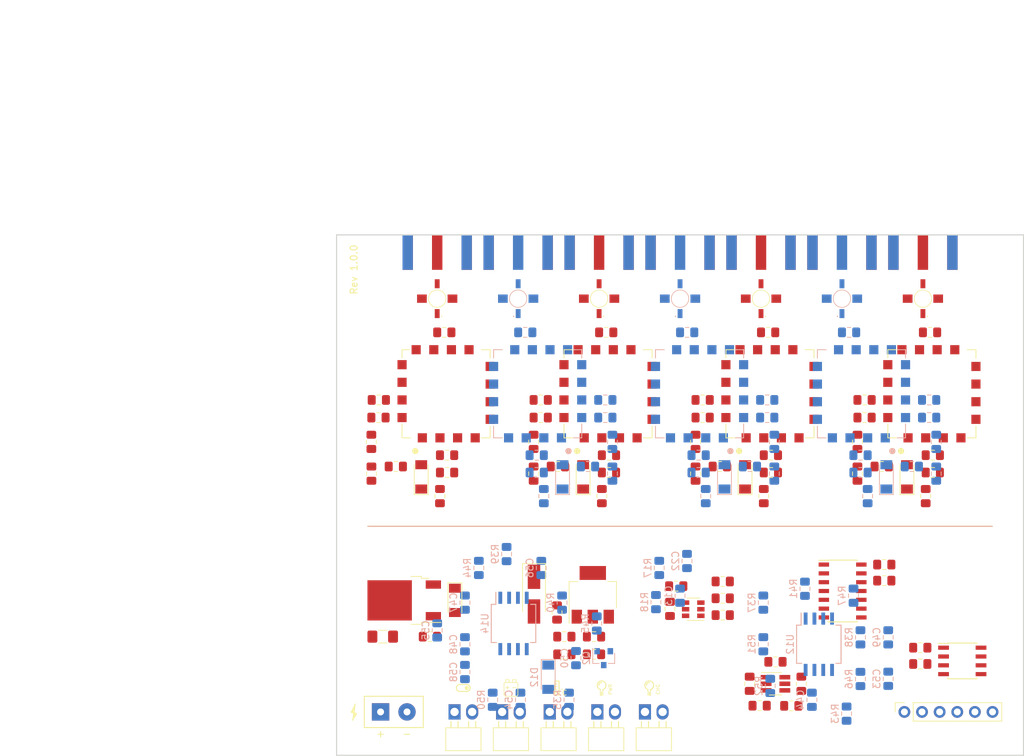
<source format=kicad_pcb>
(kicad_pcb (version 20171130) (host pcbnew 5.1.6+dfsg1-1~bpo10+1)
  (title_block (title HideMyAss) (date 2020-10-02) (rev 1.0.0) (company Pijedestal) (comment 1 "RF jammer for all things known.") (comment 2 "- - - - - - - - - - - - - - -") (comment 3 office@djordjejocic.com) (comment 4 "Đorđe Jocić"))
  (layers (0 F.Cu signal) (1 In1.Cu power) (2 In2.Cu signal) (31 B.Cu signal) (34 B.Paste user) (35 F.Paste user) (36 B.SilkS user) (37 F.SilkS user) (38 B.Mask user) (39 F.Mask user) (44 Edge.Cuts user))
  (net 0 "")
  (net 1 P2_VSS)
  (net 2 P2_VDD)
  (net 3 VCC_1)
  (net 4 VCC_2)
  (net 5 VCC_3)
  (net 6 VCC_4)
  (net 7 "Net-(C25-Pad2)")
  (net 8 "Net-(C27-Pad1)")
  (net 9 VT_1)
  (net 10 VT_2)
  (net 11 VT_3)
  (net 12 VT_4)
  (net 13 VCC_5)
  (net 14 VCC_6)
  (net 15 VCC_7)
  (net 16 VT_5)
  (net 17 VT_6)
  (net 18 VT_7)
  (net 19 DC)
  (net 20 Sweep)
  (net 21 VGND)
  (net 22 BAT)
  (net 23 Noise)
  (net 24 "Net-(J9-Pad2)")
  (net 25 "Net-(Q2-Pad3)")
  (net 26 Tuner)
  (net 27 "Net-(R31-Pad2)")
  (net 28 GP2)
  (net 29 GP5)
  (net 30 GP1)
  (net 31 GP4)
  (net 32 GP0)
  (net 33 GP3)
  (net 34 "Net-(C10-Pad1)")
  (net 35 "Net-(C11-Pad1)")
  (net 36 "Net-(C13-Pad1)")
  (net 37 "Net-(C51-Pad1)")
  (net 38 "Net-(J8-Pad4)")
  (net 39 "Net-(C1-Pad1)")
  (net 40 "Net-(C3-Pad1)")
  (net 41 "Net-(C5-Pad1)")
  (net 42 "Net-(C7-Pad1)")
  (net 43 "Net-(C9-Pad1)")
  (net 44 "Net-(C9-Pad2)")
  (net 45 "Net-(C10-Pad2)")
  (net 46 "Net-(C11-Pad2)")
  (net 47 "Net-(C12-Pad2)")
  (net 48 "Net-(C12-Pad1)")
  (net 49 "Net-(C22-Pad1)")
  (net 50 "Net-(C23-Pad2)")
  (net 51 "Net-(C29-Pad1)")
  (net 52 "Net-(C31-Pad1)")
  (net 53 "Net-(C33-Pad2)")
  (net 54 "Net-(C33-Pad1)")
  (net 55 "Net-(C34-Pad1)")
  (net 56 "Net-(C34-Pad2)")
  (net 57 "Net-(C35-Pad1)")
  (net 58 "Net-(C35-Pad2)")
  (net 59 "Net-(C55-Pad2)")
  (net 60 "Net-(C58-Pad1)")
  (net 61 "Net-(L1-Pad1)")
  (net 62 "Net-(U14-Pad7)")
  (net 63 "Net-(F1-Pad1)")
  (net 64 "Net-(F1-Pad2)")
  (net 65 "Net-(C44-Pad2)")
  (net 66 "Net-(C47-Pad1)")
  (net 67 "Net-(C47-Pad2)")
  (net 68 "Net-(C50-Pad1)")
  (net 69 "Net-(C50-Pad2)")
  (net 70 "Net-(C54-Pad2)")
  (net 71 "Net-(C57-Pad1)")
  (net 72 "Net-(C58-Pad2)")
  (net 73 "Net-(D8-Pad1)")
  (net 74 "Net-(D9-Pad2)")
  (net 75 "Net-(D9-Pad1)")
  (net 76 "Net-(D10-Pad2)")
  (net 77 "Net-(D12-Pad2)")
  (net 78 "Net-(R34-Pad1)")
  (net 79 "Net-(R37-Pad2)")
  (net 80 "Net-(R41-Pad2)")
  (net 81 "Net-(R51-Pad1)")
  (net 82 "Net-(TH1-Pad1)")
  (module Icons:Thermometer (layer F.Cu) (at 97.2625 117.3)
    (fp_text reference G*** hide)
    (fp_text value Thermometer hide)
    (fp_text user C (at 1.1 0.7) (layer F.SilkS) (effects (font (size 0.75 0.75) (thickness 0.1))))
  )
  (module Icons:Switch (layer F.Cu) (at 83.765 117.3)
    (fp_text reference G*** hide)
    (fp_text value Switch hide)
  )
  (module Icons:Lightbulb (layer F.Cu) (at 110.560001 117.316228)
    (fp_text reference G*** hide)
    (fp_text value Lightbulb hide)
  )
  (module Icons:Lightbulb (layer F.Cu) (at 103.69875 117.316228)
    (fp_text reference G*** hide)
    (fp_text value Lightbulb hide)
  )
  (module Icons:Lightning (layer F.Cu) (at 68 121)
    (fp_text reference G*** hide)
    (fp_text value Lightning hide)
  )
  (module Icons:Battery (layer F.Cu) (at 90.62625 117.5)
    (fp_text reference G*** hide)
    (fp_text value LOGO hide)
  )
  (module CVCO:2-2.54mm-Horizontal-Molex (layer F.Cu) (at 82.5 120.75)
    (fp_text reference SW1 hide)
    (fp_text value On/Off hide)
    (pad 1 thru_hole rect (at 0 0) (size 1.74 2.2) (drill 1.2) (layers *.Cu *.Mask) (net 24 "Net-(J9-Pad2)"))
    (pad 2 thru_hole oval (at 2.54 0) (size 1.74 2.2) (drill 1.2) (layers *.Cu *.Mask) (net 1 P2_VSS))
  )
  (module CVCO:2-2.54mm-Horizontal-Molex (layer F.Cu) (at 109.945001 120.75)
    (fp_text reference D9 hide)
    (fp_text value Orange hide)
    (pad 2 thru_hole oval (at 2.54 0) (size 1.74 2.2) (drill 1.2) (layers *.Cu *.Mask) (net 74 "Net-(D9-Pad2)"))
    (pad 1 thru_hole rect (at 0 0) (size 1.74 2.2) (drill 1.2) (layers *.Cu *.Mask) (net 75 "Net-(D9-Pad1)"))
  )
  (module CVCO:2-2.54mm-Horizontal-Molex (layer F.Cu) (at 103.08375 120.75)
    (fp_text reference D8 hide)
    (fp_text value Green hide)
    (pad 2 thru_hole oval (at 2.54 0) (size 1.74 2.2) (drill 1.2) (layers *.Cu *.Mask) (net 19 DC))
    (pad 1 thru_hole rect (at 0 0) (size 1.74 2.2) (drill 1.2) (layers *.Cu *.Mask) (net 73 "Net-(D8-Pad1)"))
  )
  (module CVCO:2-2.54mm-Horizontal-Molex (layer F.Cu) (at 96.2225 120.75)
    (fp_text reference TH1 hide)
    (fp_text value 10k hide)
    (pad 1 thru_hole rect (at 0 0) (size 1.74 2.2) (drill 1.2) (layers *.Cu *.Mask) (net 82 "Net-(TH1-Pad1)"))
    (pad 2 thru_hole oval (at 2.54 0) (size 1.74 2.2) (drill 1.2) (layers *.Cu *.Mask) (net 1 P2_VSS))
  )
  (module CVCO:2-2.54mm-Horizontal-Molex (layer F.Cu) (at 89.36125 120.75)
    (fp_text reference BT1 hide)
    (fp_text value 3.7V hide)
    (pad 2 thru_hole oval (at 2.54 0) (size 1.74 2.2) (drill 1.2) (layers *.Cu *.Mask) (net 1 P2_VSS))
    (pad 1 thru_hole rect (at 0 0) (size 1.74 2.2) (drill 1.2) (layers *.Cu *.Mask) (net 22 BAT))
  )
  (module CVCO:CVCO55 (layer F.Cu) (at 144.94 81.25)
    (fp_text reference Y4 hide)
    (fp_text value CVCO55CW-1000-2000 hide)
    (pad 5 smd rect (at 12.7 -2.667 90) (size 1.32 1.32) (layers F.Cu F.Paste F.Mask) (net 1 P2_VSS))
    (pad 6 smd rect (at 12.7 -5.207 90) (size 1.32 1.32) (layers F.Cu F.Paste F.Mask) (net 1 P2_VSS))
    (pad 7 smd rect (at 12.7 -7.747 90) (size 1.32 1.32) (layers F.Cu F.Paste F.Mask) (net 1 P2_VSS))
    (pad 8 smd rect (at 12.7 -10.287 90) (size 1.32 1.32) (layers F.Cu F.Paste F.Mask) (net 1 P2_VSS))
    (pad 16 smd rect (at 0 -2.921 90) (size 1.32 1.32) (layers F.Cu F.Paste F.Mask) (net 1 P2_VSS))
    (pad 15 smd rect (at 0 -5.461 90) (size 1.32 1.32) (layers F.Cu F.Paste F.Mask) (net 1 P2_VSS))
    (pad 14 smd rect (at 0 -8.001 90) (size 1.32 1.32) (layers F.Cu F.Paste F.Mask) (net 42 "Net-(C7-Pad1)"))
    (pad 13 smd rect (at 0 -10.541 90) (size 1.32 1.32) (layers F.Cu F.Paste F.Mask) (net 1 P2_VSS))
    (pad 4 smd rect (at 10.541 0 90) (size 1.32 1.32) (layers F.Cu F.Paste F.Mask) (net 1 P2_VSS))
    (pad 3 smd rect (at 8.001 0 90) (size 1.32 1.32) (layers F.Cu F.Paste F.Mask) (net 1 P2_VSS))
    (pad 2 smd rect (at 5.461 0 90) (size 1.32 1.32) (layers F.Cu F.Paste F.Mask) (net 12 VT_4))
    (pad 1 smd rect (at 2.921 0 90) (size 1.32 1.32) (layers F.Cu F.Paste F.Mask) (net 1 P2_VSS))
    (pad 12 smd rect (at 2.032 -12.7 90) (size 1.32 1.32) (layers F.Cu F.Paste F.Mask) (net 1 P2_VSS))
    (pad 11 smd rect (at 4.572 -12.7 90) (size 1.32 1.32) (layers F.Cu F.Paste F.Mask) (net 1 P2_VSS))
    (pad 10 smd rect (at 7.112 -12.7 90) (size 1.32 1.32) (layers F.Cu F.Paste F.Mask) (net 47 "Net-(C12-Pad2)"))
    (pad 9 smd rect (at 9.652 -12.7 90) (size 1.32 1.32) (layers F.Cu F.Paste F.Mask) (net 1 P2_VSS))
  )
  (module CVCO:CVCO55 (layer B.Cu) (at 147.49533 81.25 180)
    (fp_text reference Y7 hide)
    (fp_text value CVCO55CW-3500-4500 hide)
    (pad 5 smd rect (at 12.7 2.667 90) (size 1.32 1.32) (layers B.Cu B.Paste B.Mask) (net 1 P2_VSS))
    (pad 6 smd rect (at 12.7 5.207 90) (size 1.32 1.32) (layers B.Cu B.Paste B.Mask) (net 1 P2_VSS))
    (pad 7 smd rect (at 12.7 7.747 90) (size 1.32 1.32) (layers B.Cu B.Paste B.Mask) (net 1 P2_VSS))
    (pad 8 smd rect (at 12.7 10.287 90) (size 1.32 1.32) (layers B.Cu B.Paste B.Mask) (net 1 P2_VSS))
    (pad 16 smd rect (at 0 2.921 90) (size 1.32 1.32) (layers B.Cu B.Paste B.Mask) (net 1 P2_VSS))
    (pad 15 smd rect (at 0 5.461 90) (size 1.32 1.32) (layers B.Cu B.Paste B.Mask) (net 1 P2_VSS))
    (pad 14 smd rect (at 0 8.001 90) (size 1.32 1.32) (layers B.Cu B.Paste B.Mask) (net 52 "Net-(C31-Pad1)"))
    (pad 13 smd rect (at 0 10.541 90) (size 1.32 1.32) (layers B.Cu B.Paste B.Mask) (net 1 P2_VSS))
    (pad 4 smd rect (at 10.541 0 90) (size 1.32 1.32) (layers B.Cu B.Paste B.Mask) (net 1 P2_VSS))
    (pad 3 smd rect (at 8.001 0 90) (size 1.32 1.32) (layers B.Cu B.Paste B.Mask) (net 1 P2_VSS))
    (pad 2 smd rect (at 5.461 0 90) (size 1.32 1.32) (layers B.Cu B.Paste B.Mask) (net 18 VT_7))
    (pad 1 smd rect (at 2.921 0 90) (size 1.32 1.32) (layers B.Cu B.Paste B.Mask) (net 1 P2_VSS))
    (pad 12 smd rect (at 2.032 12.7 90) (size 1.32 1.32) (layers B.Cu B.Paste B.Mask) (net 1 P2_VSS))
    (pad 11 smd rect (at 4.572 12.7 90) (size 1.32 1.32) (layers B.Cu B.Paste B.Mask) (net 1 P2_VSS))
    (pad 10 smd rect (at 7.112 12.7 90) (size 1.32 1.32) (layers B.Cu B.Paste B.Mask) (net 58 "Net-(C35-Pad2)"))
    (pad 9 smd rect (at 9.652 12.7 90) (size 1.32 1.32) (layers B.Cu B.Paste B.Mask) (net 1 P2_VSS))
  )
  (module CVCO:CVCO55 (layer F.Cu) (at 121.606664 81.25)
    (fp_text reference Y3 hide)
    (fp_text value CV55CW500-1000 hide)
    (pad 5 smd rect (at 12.7 -2.667 90) (size 1.32 1.32) (layers F.Cu F.Paste F.Mask) (net 1 P2_VSS))
    (pad 6 smd rect (at 12.7 -5.207 90) (size 1.32 1.32) (layers F.Cu F.Paste F.Mask) (net 1 P2_VSS))
    (pad 7 smd rect (at 12.7 -7.747 90) (size 1.32 1.32) (layers F.Cu F.Paste F.Mask) (net 1 P2_VSS))
    (pad 8 smd rect (at 12.7 -10.287 90) (size 1.32 1.32) (layers F.Cu F.Paste F.Mask) (net 1 P2_VSS))
    (pad 16 smd rect (at 0 -2.921 90) (size 1.32 1.32) (layers F.Cu F.Paste F.Mask) (net 1 P2_VSS))
    (pad 15 smd rect (at 0 -5.461 90) (size 1.32 1.32) (layers F.Cu F.Paste F.Mask) (net 1 P2_VSS))
    (pad 14 smd rect (at 0 -8.001 90) (size 1.32 1.32) (layers F.Cu F.Paste F.Mask) (net 41 "Net-(C5-Pad1)"))
    (pad 13 smd rect (at 0 -10.541 90) (size 1.32 1.32) (layers F.Cu F.Paste F.Mask) (net 1 P2_VSS))
    (pad 4 smd rect (at 10.541 0 90) (size 1.32 1.32) (layers F.Cu F.Paste F.Mask) (net 1 P2_VSS))
    (pad 3 smd rect (at 8.001 0 90) (size 1.32 1.32) (layers F.Cu F.Paste F.Mask) (net 1 P2_VSS))
    (pad 2 smd rect (at 5.461 0 90) (size 1.32 1.32) (layers F.Cu F.Paste F.Mask) (net 11 VT_3))
    (pad 1 smd rect (at 2.921 0 90) (size 1.32 1.32) (layers F.Cu F.Paste F.Mask) (net 1 P2_VSS))
    (pad 12 smd rect (at 2.032 -12.7 90) (size 1.32 1.32) (layers F.Cu F.Paste F.Mask) (net 1 P2_VSS))
    (pad 11 smd rect (at 4.572 -12.7 90) (size 1.32 1.32) (layers F.Cu F.Paste F.Mask) (net 1 P2_VSS))
    (pad 10 smd rect (at 7.112 -12.7 90) (size 1.32 1.32) (layers F.Cu F.Paste F.Mask) (net 46 "Net-(C11-Pad2)"))
    (pad 9 smd rect (at 9.652 -12.7 90) (size 1.32 1.32) (layers F.Cu F.Paste F.Mask) (net 1 P2_VSS))
  )
  (module CVCO:CVCO55 (layer B.Cu) (at 124.161998 81.25 180)
    (fp_text reference Y6 hide)
    (fp_text value CVCO55CC-3180-3710 hide)
    (pad 5 smd rect (at 12.7 2.667 90) (size 1.32 1.32) (layers B.Cu B.Paste B.Mask) (net 1 P2_VSS))
    (pad 6 smd rect (at 12.7 5.207 90) (size 1.32 1.32) (layers B.Cu B.Paste B.Mask) (net 1 P2_VSS))
    (pad 7 smd rect (at 12.7 7.747 90) (size 1.32 1.32) (layers B.Cu B.Paste B.Mask) (net 1 P2_VSS))
    (pad 8 smd rect (at 12.7 10.287 90) (size 1.32 1.32) (layers B.Cu B.Paste B.Mask) (net 1 P2_VSS))
    (pad 16 smd rect (at 0 2.921 90) (size 1.32 1.32) (layers B.Cu B.Paste B.Mask) (net 1 P2_VSS))
    (pad 15 smd rect (at 0 5.461 90) (size 1.32 1.32) (layers B.Cu B.Paste B.Mask) (net 1 P2_VSS))
    (pad 14 smd rect (at 0 8.001 90) (size 1.32 1.32) (layers B.Cu B.Paste B.Mask) (net 51 "Net-(C29-Pad1)"))
    (pad 13 smd rect (at 0 10.541 90) (size 1.32 1.32) (layers B.Cu B.Paste B.Mask) (net 1 P2_VSS))
    (pad 4 smd rect (at 10.541 0 90) (size 1.32 1.32) (layers B.Cu B.Paste B.Mask) (net 1 P2_VSS))
    (pad 3 smd rect (at 8.001 0 90) (size 1.32 1.32) (layers B.Cu B.Paste B.Mask) (net 1 P2_VSS))
    (pad 2 smd rect (at 5.461 0 90) (size 1.32 1.32) (layers B.Cu B.Paste B.Mask) (net 17 VT_6))
    (pad 1 smd rect (at 2.921 0 90) (size 1.32 1.32) (layers B.Cu B.Paste B.Mask) (net 1 P2_VSS))
    (pad 12 smd rect (at 2.032 12.7 90) (size 1.32 1.32) (layers B.Cu B.Paste B.Mask) (net 1 P2_VSS))
    (pad 11 smd rect (at 4.572 12.7 90) (size 1.32 1.32) (layers B.Cu B.Paste B.Mask) (net 1 P2_VSS))
    (pad 10 smd rect (at 7.112 12.7 90) (size 1.32 1.32) (layers B.Cu B.Paste B.Mask) (net 56 "Net-(C34-Pad2)"))
    (pad 9 smd rect (at 9.652 12.7 90) (size 1.32 1.32) (layers B.Cu B.Paste B.Mask) (net 1 P2_VSS))
  )
  (module CVCO:CVCO55 (layer B.Cu) (at 100.828666 81.25 180)
    (fp_text reference Y5 hide)
    (fp_text value CV55BE1600-3200 hide)
    (pad 5 smd rect (at 12.7 2.667 90) (size 1.32 1.32) (layers B.Cu B.Paste B.Mask) (net 1 P2_VSS))
    (pad 6 smd rect (at 12.7 5.207 90) (size 1.32 1.32) (layers B.Cu B.Paste B.Mask) (net 1 P2_VSS))
    (pad 7 smd rect (at 12.7 7.747 90) (size 1.32 1.32) (layers B.Cu B.Paste B.Mask) (net 1 P2_VSS))
    (pad 8 smd rect (at 12.7 10.287 90) (size 1.32 1.32) (layers B.Cu B.Paste B.Mask) (net 1 P2_VSS))
    (pad 16 smd rect (at 0 2.921 90) (size 1.32 1.32) (layers B.Cu B.Paste B.Mask) (net 1 P2_VSS))
    (pad 15 smd rect (at 0 5.461 90) (size 1.32 1.32) (layers B.Cu B.Paste B.Mask) (net 1 P2_VSS))
    (pad 14 smd rect (at 0 8.001 90) (size 1.32 1.32) (layers B.Cu B.Paste B.Mask) (net 8 "Net-(C27-Pad1)"))
    (pad 13 smd rect (at 0 10.541 90) (size 1.32 1.32) (layers B.Cu B.Paste B.Mask) (net 1 P2_VSS))
    (pad 4 smd rect (at 10.541 0 90) (size 1.32 1.32) (layers B.Cu B.Paste B.Mask) (net 1 P2_VSS))
    (pad 3 smd rect (at 8.001 0 90) (size 1.32 1.32) (layers B.Cu B.Paste B.Mask) (net 1 P2_VSS))
    (pad 2 smd rect (at 5.461 0 90) (size 1.32 1.32) (layers B.Cu B.Paste B.Mask) (net 16 VT_5))
    (pad 1 smd rect (at 2.921 0 90) (size 1.32 1.32) (layers B.Cu B.Paste B.Mask) (net 1 P2_VSS))
    (pad 12 smd rect (at 2.032 12.7 90) (size 1.32 1.32) (layers B.Cu B.Paste B.Mask) (net 1 P2_VSS))
    (pad 11 smd rect (at 4.572 12.7 90) (size 1.32 1.32) (layers B.Cu B.Paste B.Mask) (net 1 P2_VSS))
    (pad 10 smd rect (at 7.112 12.7 90) (size 1.32 1.32) (layers B.Cu B.Paste B.Mask) (net 53 "Net-(C33-Pad2)"))
    (pad 9 smd rect (at 9.652 12.7 90) (size 1.32 1.32) (layers B.Cu B.Paste B.Mask) (net 1 P2_VSS))
  )
  (module CVCO:CVCO55 (layer F.Cu) (at 98.271332 81.25)
    (fp_text reference Y2 hide)
    (fp_text value CVCO55CW-0200-0500 hide)
    (pad 5 smd rect (at 12.7 -2.667 90) (size 1.32 1.32) (layers F.Cu F.Paste F.Mask) (net 1 P2_VSS))
    (pad 6 smd rect (at 12.7 -5.207 90) (size 1.32 1.32) (layers F.Cu F.Paste F.Mask) (net 1 P2_VSS))
    (pad 7 smd rect (at 12.7 -7.747 90) (size 1.32 1.32) (layers F.Cu F.Paste F.Mask) (net 1 P2_VSS))
    (pad 8 smd rect (at 12.7 -10.287 90) (size 1.32 1.32) (layers F.Cu F.Paste F.Mask) (net 1 P2_VSS))
    (pad 16 smd rect (at 0 -2.921 90) (size 1.32 1.32) (layers F.Cu F.Paste F.Mask) (net 1 P2_VSS))
    (pad 15 smd rect (at 0 -5.461 90) (size 1.32 1.32) (layers F.Cu F.Paste F.Mask) (net 1 P2_VSS))
    (pad 14 smd rect (at 0 -8.001 90) (size 1.32 1.32) (layers F.Cu F.Paste F.Mask) (net 40 "Net-(C3-Pad1)"))
    (pad 13 smd rect (at 0 -10.541 90) (size 1.32 1.32) (layers F.Cu F.Paste F.Mask) (net 1 P2_VSS))
    (pad 4 smd rect (at 10.541 0 90) (size 1.32 1.32) (layers F.Cu F.Paste F.Mask) (net 1 P2_VSS))
    (pad 3 smd rect (at 8.001 0 90) (size 1.32 1.32) (layers F.Cu F.Paste F.Mask) (net 1 P2_VSS))
    (pad 2 smd rect (at 5.461 0 90) (size 1.32 1.32) (layers F.Cu F.Paste F.Mask) (net 10 VT_2))
    (pad 1 smd rect (at 2.921 0 90) (size 1.32 1.32) (layers F.Cu F.Paste F.Mask) (net 1 P2_VSS))
    (pad 12 smd rect (at 2.032 -12.7 90) (size 1.32 1.32) (layers F.Cu F.Paste F.Mask) (net 1 P2_VSS))
    (pad 11 smd rect (at 4.572 -12.7 90) (size 1.32 1.32) (layers F.Cu F.Paste F.Mask) (net 1 P2_VSS))
    (pad 10 smd rect (at 7.112 -12.7 90) (size 1.32 1.32) (layers F.Cu F.Paste F.Mask) (net 45 "Net-(C10-Pad2)"))
    (pad 9 smd rect (at 9.652 -12.7 90) (size 1.32 1.32) (layers F.Cu F.Paste F.Mask) (net 1 P2_VSS))
  )
  (module CVCO:CVCO55 (layer F.Cu) (at 74.938 81.25)
    (fp_text reference Y1 hide)
    (fp_text value CVCO55CW-0100-0200 hide)
    (pad 9 smd rect (at 9.652 -12.7 90) (size 1.32 1.32) (layers F.Cu F.Paste F.Mask) (net 1 P2_VSS))
    (pad 10 smd rect (at 7.112 -12.7 90) (size 1.32 1.32) (layers F.Cu F.Paste F.Mask) (net 44 "Net-(C9-Pad2)"))
    (pad 11 smd rect (at 4.572 -12.7 90) (size 1.32 1.32) (layers F.Cu F.Paste F.Mask) (net 1 P2_VSS))
    (pad 12 smd rect (at 2.032 -12.7 90) (size 1.32 1.32) (layers F.Cu F.Paste F.Mask) (net 1 P2_VSS))
    (pad 1 smd rect (at 2.921 0 90) (size 1.32 1.32) (layers F.Cu F.Paste F.Mask) (net 1 P2_VSS))
    (pad 2 smd rect (at 5.461 0 90) (size 1.32 1.32) (layers F.Cu F.Paste F.Mask) (net 9 VT_1))
    (pad 3 smd rect (at 8.001 0 90) (size 1.32 1.32) (layers F.Cu F.Paste F.Mask) (net 1 P2_VSS))
    (pad 4 smd rect (at 10.541 0 90) (size 1.32 1.32) (layers F.Cu F.Paste F.Mask) (net 1 P2_VSS))
    (pad 13 smd rect (at 0 -10.541 90) (size 1.32 1.32) (layers F.Cu F.Paste F.Mask) (net 1 P2_VSS))
    (pad 14 smd rect (at 0 -8.001 90) (size 1.32 1.32) (layers F.Cu F.Paste F.Mask) (net 39 "Net-(C1-Pad1)"))
    (pad 15 smd rect (at 0 -5.461 90) (size 1.32 1.32) (layers F.Cu F.Paste F.Mask) (net 1 P2_VSS))
    (pad 16 smd rect (at 0 -2.921 90) (size 1.32 1.32) (layers F.Cu F.Paste F.Mask) (net 1 P2_VSS))
    (pad 8 smd rect (at 12.7 -10.287 90) (size 1.32 1.32) (layers F.Cu F.Paste F.Mask) (net 1 P2_VSS))
    (pad 7 smd rect (at 12.7 -7.747 90) (size 1.32 1.32) (layers F.Cu F.Paste F.Mask) (net 1 P2_VSS))
    (pad 6 smd rect (at 12.7 -5.207 90) (size 1.32 1.32) (layers F.Cu F.Paste F.Mask) (net 1 P2_VSS))
    (pad 5 smd rect (at 12.7 -2.667 90) (size 1.32 1.32) (layers F.Cu F.Paste F.Mask) (net 1 P2_VSS))
  )
  (module Capacitor_SMD:C_0805_2012Metric_Pad1.15x1.40mm_HandSolder (layer F.Cu) (at 71.538 78.329)
    (fp_text reference C1 hide)
    (fp_text value 1nF hide)
    (pad 1 smd roundrect (at -1.025 0) (size 1.15 1.4) (layers F.Cu F.Paste F.Mask) (roundrect_rratio 0.217391) (net 39 "Net-(C1-Pad1)"))
    (pad 2 smd roundrect (at 1.025 0) (size 1.15 1.4) (layers F.Cu F.Paste F.Mask) (roundrect_rratio 0.217391) (net 1 P2_VSS))
  )
  (module Capacitor_SMD:C_0805_2012Metric_Pad1.15x1.40mm_HandSolder (layer F.Cu) (at 71.588 75.789)
    (fp_text reference C2 hide)
    (fp_text value 0.1nF hide)
    (pad 2 smd roundrect (at 1.025 0) (size 1.15 1.4) (layers F.Cu F.Paste F.Mask) (roundrect_rratio 0.217391) (net 1 P2_VSS))
    (pad 1 smd roundrect (at -1.025 0) (size 1.15 1.4) (layers F.Cu F.Paste F.Mask) (roundrect_rratio 0.217391) (net 39 "Net-(C1-Pad1)"))
  )
  (module Capacitor_SMD:C_0805_2012Metric_Pad1.15x1.40mm_HandSolder (layer F.Cu) (at 94.921332 78.329)
    (fp_text reference C3 hide)
    (fp_text value 1nF hide)
    (pad 1 smd roundrect (at -1.025 0) (size 1.15 1.4) (layers F.Cu F.Paste F.Mask) (roundrect_rratio 0.217391) (net 40 "Net-(C3-Pad1)"))
    (pad 2 smd roundrect (at 1.025 0) (size 1.15 1.4) (layers F.Cu F.Paste F.Mask) (roundrect_rratio 0.217391) (net 1 P2_VSS))
  )
  (module Capacitor_SMD:C_0805_2012Metric_Pad1.15x1.40mm_HandSolder (layer F.Cu) (at 94.921332 75.789)
    (fp_text reference C4 hide)
    (fp_text value 0.1nF hide)
    (pad 2 smd roundrect (at 1.025 0) (size 1.15 1.4) (layers F.Cu F.Paste F.Mask) (roundrect_rratio 0.217391) (net 1 P2_VSS))
    (pad 1 smd roundrect (at -1.025 0) (size 1.15 1.4) (layers F.Cu F.Paste F.Mask) (roundrect_rratio 0.217391) (net 40 "Net-(C3-Pad1)"))
  )
  (module Capacitor_SMD:C_0805_2012Metric_Pad1.15x1.40mm_HandSolder (layer F.Cu) (at 118.256664 78.329)
    (fp_text reference C5 hide)
    (fp_text value 1nF hide)
    (pad 2 smd roundrect (at 1.025 0) (size 1.15 1.4) (layers F.Cu F.Paste F.Mask) (roundrect_rratio 0.217391) (net 1 P2_VSS))
    (pad 1 smd roundrect (at -1.025 0) (size 1.15 1.4) (layers F.Cu F.Paste F.Mask) (roundrect_rratio 0.217391) (net 41 "Net-(C5-Pad1)"))
  )
  (module Capacitor_SMD:C_0805_2012Metric_Pad1.15x1.40mm_HandSolder (layer F.Cu) (at 118.256664 75.789)
    (fp_text reference C6 hide)
    (fp_text value 0.1nF hide)
    (pad 1 smd roundrect (at -1.025 0) (size 1.15 1.4) (layers F.Cu F.Paste F.Mask) (roundrect_rratio 0.217391) (net 41 "Net-(C5-Pad1)"))
    (pad 2 smd roundrect (at 1.025 0) (size 1.15 1.4) (layers F.Cu F.Paste F.Mask) (roundrect_rratio 0.217391) (net 1 P2_VSS))
  )
  (module Capacitor_SMD:C_0805_2012Metric_Pad1.15x1.40mm_HandSolder (layer F.Cu) (at 141.59 78.329)
    (fp_text reference C7 hide)
    (fp_text value 1nF hide)
    (pad 2 smd roundrect (at 1.025 0) (size 1.15 1.4) (layers F.Cu F.Paste F.Mask) (roundrect_rratio 0.217391) (net 1 P2_VSS))
    (pad 1 smd roundrect (at -1.025 0) (size 1.15 1.4) (layers F.Cu F.Paste F.Mask) (roundrect_rratio 0.217391) (net 42 "Net-(C7-Pad1)"))
  )
  (module Capacitor_SMD:C_0805_2012Metric_Pad1.15x1.40mm_HandSolder (layer F.Cu) (at 141.59 75.789)
    (fp_text reference C8 hide)
    (fp_text value 0.1nF hide)
    (pad 1 smd roundrect (at -1.025 0) (size 1.15 1.4) (layers F.Cu F.Paste F.Mask) (roundrect_rratio 0.217391) (net 42 "Net-(C7-Pad1)"))
    (pad 2 smd roundrect (at 1.025 0) (size 1.15 1.4) (layers F.Cu F.Paste F.Mask) (roundrect_rratio 0.217391) (net 1 P2_VSS))
  )
  (module Capacitor_SMD:C_0805_2012Metric_Pad1.15x1.40mm_HandSolder (layer F.Cu) (at 81.025 66.05)
    (fp_text reference C9 hide)
    (fp_text value 470pF hide)
    (pad 1 smd roundrect (at -1.025 0) (size 1.15 1.4) (layers F.Cu F.Paste F.Mask) (roundrect_rratio 0.217391) (net 43 "Net-(C9-Pad1)"))
    (pad 2 smd roundrect (at 1.025 0) (size 1.15 1.4) (layers F.Cu F.Paste F.Mask) (roundrect_rratio 0.217391) (net 44 "Net-(C9-Pad2)"))
  )
  (module Capacitor_SMD:C_0805_2012Metric_Pad1.15x1.40mm_HandSolder (layer F.Cu) (at 104.358332 66.05)
    (fp_text reference C10 hide)
    (fp_text value 220pF hide)
    (pad 1 smd roundrect (at -1.025 0) (size 1.15 1.4) (layers F.Cu F.Paste F.Mask) (roundrect_rratio 0.217391) (net 34 "Net-(C10-Pad1)"))
    (pad 2 smd roundrect (at 1.025 0) (size 1.15 1.4) (layers F.Cu F.Paste F.Mask) (roundrect_rratio 0.217391) (net 45 "Net-(C10-Pad2)"))
  )
  (module Capacitor_SMD:C_0805_2012Metric_Pad1.15x1.40mm_HandSolder (layer F.Cu) (at 127.693664 66.05)
    (fp_text reference C11 hide)
    (fp_text value 100pF hide)
    (pad 1 smd roundrect (at -1.025 0) (size 1.15 1.4) (layers F.Cu F.Paste F.Mask) (roundrect_rratio 0.217391) (net 35 "Net-(C11-Pad1)"))
    (pad 2 smd roundrect (at 1.025 0) (size 1.15 1.4) (layers F.Cu F.Paste F.Mask) (roundrect_rratio 0.217391) (net 46 "Net-(C11-Pad2)"))
  )
  (module Capacitor_SMD:C_0805_2012Metric_Pad1.15x1.40mm_HandSolder (layer F.Cu) (at 151.027 66.05)
    (fp_text reference C12 hide)
    (fp_text value 47pF hide)
    (pad 2 smd roundrect (at 1.025 0) (size 1.15 1.4) (layers F.Cu F.Paste F.Mask) (roundrect_rratio 0.217391) (net 47 "Net-(C12-Pad2)"))
    (pad 1 smd roundrect (at -1.025 0) (size 1.15 1.4) (layers F.Cu F.Paste F.Mask) (roundrect_rratio 0.217391) (net 48 "Net-(C12-Pad1)"))
  )
  (module Capacitor_SMD:C_0805_2012Metric_Pad1.15x1.40mm_HandSolder (layer F.Cu) (at 81.424 86.25)
    (fp_text reference C14 hide)
    (fp_text value 1nF hide)
    (pad 2 smd roundrect (at 1.025 0) (size 1.15 1.4) (layers F.Cu F.Paste F.Mask) (roundrect_rratio 0.217391) (net 1 P2_VSS))
    (pad 1 smd roundrect (at -1.025 0) (size 1.15 1.4) (layers F.Cu F.Paste F.Mask) (roundrect_rratio 0.217391) (net 9 VT_1))
  )
  (module Capacitor_SMD:C_0805_2012Metric_Pad1.15x1.40mm_HandSolder (layer F.Cu) (at 81.424 83.75)
    (fp_text reference C15 hide)
    (fp_text value 0.1nF hide)
    (pad 1 smd roundrect (at -1.025 0) (size 1.15 1.4) (layers F.Cu F.Paste F.Mask) (roundrect_rratio 0.217391) (net 9 VT_1))
    (pad 2 smd roundrect (at 1.025 0) (size 1.15 1.4) (layers F.Cu F.Paste F.Mask) (roundrect_rratio 0.217391) (net 1 P2_VSS))
  )
  (module Capacitor_SMD:C_0805_2012Metric_Pad1.15x1.40mm_HandSolder (layer F.Cu) (at 104.757332 86.25)
    (fp_text reference C16 hide)
    (fp_text value 1nF hide)
    (pad 2 smd roundrect (at 1.025 0) (size 1.15 1.4) (layers F.Cu F.Paste F.Mask) (roundrect_rratio 0.217391) (net 1 P2_VSS))
    (pad 1 smd roundrect (at -1.025 0) (size 1.15 1.4) (layers F.Cu F.Paste F.Mask) (roundrect_rratio 0.217391) (net 10 VT_2))
  )
  (module Capacitor_SMD:C_0805_2012Metric_Pad1.15x1.40mm_HandSolder (layer F.Cu) (at 104.757332 83.75)
    (fp_text reference C17 hide)
    (fp_text value 0.1nF hide)
    (pad 1 smd roundrect (at -1.025 0) (size 1.15 1.4) (layers F.Cu F.Paste F.Mask) (roundrect_rratio 0.217391) (net 10 VT_2))
    (pad 2 smd roundrect (at 1.025 0) (size 1.15 1.4) (layers F.Cu F.Paste F.Mask) (roundrect_rratio 0.217391) (net 1 P2_VSS))
  )
  (module Capacitor_SMD:C_0805_2012Metric_Pad1.15x1.40mm_HandSolder (layer F.Cu) (at 128.092664 86.25)
    (fp_text reference C18 hide)
    (fp_text value 1nF hide)
    (pad 2 smd roundrect (at 1.025 0) (size 1.15 1.4) (layers F.Cu F.Paste F.Mask) (roundrect_rratio 0.217391) (net 1 P2_VSS))
    (pad 1 smd roundrect (at -1.025 0) (size 1.15 1.4) (layers F.Cu F.Paste F.Mask) (roundrect_rratio 0.217391) (net 11 VT_3))
  )
  (module Capacitor_SMD:C_0805_2012Metric_Pad1.15x1.40mm_HandSolder (layer F.Cu) (at 128.092664 83.75)
    (fp_text reference C19 hide)
    (fp_text value 0.1nF hide)
    (pad 1 smd roundrect (at -1.025 0) (size 1.15 1.4) (layers F.Cu F.Paste F.Mask) (roundrect_rratio 0.217391) (net 11 VT_3))
    (pad 2 smd roundrect (at 1.025 0) (size 1.15 1.4) (layers F.Cu F.Paste F.Mask) (roundrect_rratio 0.217391) (net 1 P2_VSS))
  )
  (module Capacitor_SMD:C_0805_2012Metric_Pad1.15x1.40mm_HandSolder (layer F.Cu) (at 151.426 86.25)
    (fp_text reference C20 hide)
    (fp_text value 1nF hide)
    (pad 1 smd roundrect (at -1.025 0) (size 1.15 1.4) (layers F.Cu F.Paste F.Mask) (roundrect_rratio 0.217391) (net 12 VT_4))
    (pad 2 smd roundrect (at 1.025 0) (size 1.15 1.4) (layers F.Cu F.Paste F.Mask) (roundrect_rratio 0.217391) (net 1 P2_VSS))
  )
  (module Capacitor_SMD:C_0805_2012Metric_Pad1.15x1.40mm_HandSolder (layer F.Cu) (at 151.426 83.75)
    (fp_text reference C21 hide)
    (fp_text value 0.1nF hide)
    (pad 2 smd roundrect (at 1.025 0) (size 1.15 1.4) (layers F.Cu F.Paste F.Mask) (roundrect_rratio 0.217391) (net 1 P2_VSS))
    (pad 1 smd roundrect (at -1.025 0) (size 1.15 1.4) (layers F.Cu F.Paste F.Mask) (roundrect_rratio 0.217391) (net 12 VT_4))
  )
  (module Capacitor_SMD:C_0805_2012Metric_Pad1.15x1.40mm_HandSolder (layer F.Cu) (at 144.43 101.83 180)
    (fp_text reference C23 hide)
    (fp_text value 1μF hide)
    (pad 2 smd roundrect (at 1.025 0 180) (size 1.15 1.4) (layers F.Cu F.Paste F.Mask) (roundrect_rratio 0.217391) (net 50 "Net-(C23-Pad2)"))
    (pad 1 smd roundrect (at -1.025 0 180) (size 1.15 1.4) (layers F.Cu F.Paste F.Mask) (roundrect_rratio 0.217391) (net 2 P2_VDD))
  )
  (module Capacitor_SMD:C_0805_2012Metric_Pad1.15x1.40mm_HandSolder (layer F.Cu) (at 144.43 99.515 180)
    (fp_text reference C24 hide)
    (fp_text value 0.1μF hide)
    (pad 1 smd roundrect (at -1.025 0 180) (size 1.15 1.4) (layers F.Cu F.Paste F.Mask) (roundrect_rratio 0.217391) (net 2 P2_VDD))
    (pad 2 smd roundrect (at 1.025 0 180) (size 1.15 1.4) (layers F.Cu F.Paste F.Mask) (roundrect_rratio 0.217391) (net 50 "Net-(C23-Pad2)"))
  )
  (module Capacitor_SMD:C_0805_2012Metric_Pad1.15x1.40mm_HandSolder (layer F.Cu) (at 149.62 113.84)
    (fp_text reference C25 hide)
    (fp_text value 1μF hide)
    (pad 1 smd roundrect (at -1.025 0) (size 1.15 1.4) (layers F.Cu F.Paste F.Mask) (roundrect_rratio 0.217391) (net 2 P2_VDD))
    (pad 2 smd roundrect (at 1.025 0) (size 1.15 1.4) (layers F.Cu F.Paste F.Mask) (roundrect_rratio 0.217391) (net 7 "Net-(C25-Pad2)"))
  )
  (module Capacitor_SMD:C_0805_2012Metric_Pad1.15x1.40mm_HandSolder (layer F.Cu) (at 149.62 111.49)
    (fp_text reference C26 hide)
    (fp_text value 0.1μF hide)
    (pad 2 smd roundrect (at 1.025 0) (size 1.15 1.4) (layers F.Cu F.Paste F.Mask) (roundrect_rratio 0.217391) (net 7 "Net-(C25-Pad2)"))
    (pad 1 smd roundrect (at -1.025 0) (size 1.15 1.4) (layers F.Cu F.Paste F.Mask) (roundrect_rratio 0.217391) (net 2 P2_VDD))
  )
  (module Capacitor_SMD:C_0805_2012Metric_Pad1.15x1.40mm_HandSolder (layer B.Cu) (at 104.228666 78.329 180)
    (fp_text reference C27 hide)
    (fp_text value 1nF hide)
    (pad 2 smd roundrect (at 1.025 0 180) (size 1.15 1.4) (layers B.Cu B.Paste B.Mask) (roundrect_rratio 0.217391) (net 1 P2_VSS))
    (pad 1 smd roundrect (at -1.025 0 180) (size 1.15 1.4) (layers B.Cu B.Paste B.Mask) (roundrect_rratio 0.217391) (net 8 "Net-(C27-Pad1)"))
  )
  (module Capacitor_SMD:C_0805_2012Metric_Pad1.15x1.40mm_HandSolder (layer B.Cu) (at 104.228666 75.789 180)
    (fp_text reference C28 hide)
    (fp_text value 0.1nF hide)
    (pad 1 smd roundrect (at -1.025 0 180) (size 1.15 1.4) (layers B.Cu B.Paste B.Mask) (roundrect_rratio 0.217391) (net 8 "Net-(C27-Pad1)"))
    (pad 2 smd roundrect (at 1.025 0 180) (size 1.15 1.4) (layers B.Cu B.Paste B.Mask) (roundrect_rratio 0.217391) (net 1 P2_VSS))
  )
  (module Capacitor_SMD:C_0805_2012Metric_Pad1.15x1.40mm_HandSolder (layer B.Cu) (at 127.561998 75.789 180)
    (fp_text reference C29 hide)
    (fp_text value 1nF hide)
    (pad 1 smd roundrect (at -1.025 0 180) (size 1.15 1.4) (layers B.Cu B.Paste B.Mask) (roundrect_rratio 0.217391) (net 51 "Net-(C29-Pad1)"))
    (pad 2 smd roundrect (at 1.025 0 180) (size 1.15 1.4) (layers B.Cu B.Paste B.Mask) (roundrect_rratio 0.217391) (net 1 P2_VSS))
  )
  (module Capacitor_SMD:C_0805_2012Metric_Pad1.15x1.40mm_HandSolder (layer B.Cu) (at 127.561998 78.329 180)
    (fp_text reference C30 hide)
    (fp_text value 0.1nF hide)
    (pad 1 smd roundrect (at -1.025 0 180) (size 1.15 1.4) (layers B.Cu B.Paste B.Mask) (roundrect_rratio 0.217391) (net 51 "Net-(C29-Pad1)"))
    (pad 2 smd roundrect (at 1.025 0 180) (size 1.15 1.4) (layers B.Cu B.Paste B.Mask) (roundrect_rratio 0.217391) (net 1 P2_VSS))
  )
  (module Capacitor_SMD:C_0805_2012Metric_Pad1.15x1.40mm_HandSolder (layer B.Cu) (at 150.89533 78.329 180)
    (fp_text reference C31 hide)
    (fp_text value 1nF hide)
    (pad 2 smd roundrect (at 1.025 0 180) (size 1.15 1.4) (layers B.Cu B.Paste B.Mask) (roundrect_rratio 0.217391) (net 1 P2_VSS))
    (pad 1 smd roundrect (at -1.025 0 180) (size 1.15 1.4) (layers B.Cu B.Paste B.Mask) (roundrect_rratio 0.217391) (net 52 "Net-(C31-Pad1)"))
  )
  (module Capacitor_SMD:C_0805_2012Metric_Pad1.15x1.40mm_HandSolder (layer B.Cu) (at 150.89533 75.789 180)
    (fp_text reference C32 hide)
    (fp_text value 0.1nF hide)
    (pad 2 smd roundrect (at 1.025 0 180) (size 1.15 1.4) (layers B.Cu B.Paste B.Mask) (roundrect_rratio 0.217391) (net 1 P2_VSS))
    (pad 1 smd roundrect (at -1.025 0 180) (size 1.15 1.4) (layers B.Cu B.Paste B.Mask) (roundrect_rratio 0.217391) (net 52 "Net-(C31-Pad1)"))
  )
  (module Capacitor_SMD:C_0805_2012Metric_Pad1.15x1.40mm_HandSolder (layer B.Cu) (at 92.691666 66.05)
    (fp_text reference C33 hide)
    (fp_text value 33pF hide)
    (pad 2 smd roundrect (at 1.025 0) (size 1.15 1.4) (layers B.Cu B.Paste B.Mask) (roundrect_rratio 0.217391) (net 53 "Net-(C33-Pad2)"))
    (pad 1 smd roundrect (at -1.025 0) (size 1.15 1.4) (layers B.Cu B.Paste B.Mask) (roundrect_rratio 0.217391) (net 54 "Net-(C33-Pad1)"))
  )
  (module Capacitor_SMD:C_0805_2012Metric_Pad1.15x1.40mm_HandSolder (layer B.Cu) (at 116.024998 66.05)
    (fp_text reference C34 hide)
    (fp_text value 27pF hide)
    (pad 1 smd roundrect (at -1.025 0) (size 1.15 1.4) (layers B.Cu B.Paste B.Mask) (roundrect_rratio 0.217391) (net 55 "Net-(C34-Pad1)"))
    (pad 2 smd roundrect (at 1.025 0) (size 1.15 1.4) (layers B.Cu B.Paste B.Mask) (roundrect_rratio 0.217391) (net 56 "Net-(C34-Pad2)"))
  )
  (module Capacitor_SMD:C_0805_2012Metric_Pad1.15x1.40mm_HandSolder (layer B.Cu) (at 139.35833 66.05)
    (fp_text reference C35 hide)
    (fp_text value 22pF hide)
    (pad 1 smd roundrect (at -1.025 0) (size 1.15 1.4) (layers B.Cu B.Paste B.Mask) (roundrect_rratio 0.217391) (net 57 "Net-(C35-Pad1)"))
    (pad 2 smd roundrect (at 1.025 0) (size 1.15 1.4) (layers B.Cu B.Paste B.Mask) (roundrect_rratio 0.217391) (net 58 "Net-(C35-Pad2)"))
  )
  (module Capacitor_SMD:C_0805_2012Metric_Pad1.15x1.40mm_HandSolder (layer B.Cu) (at 94.342666 86.25 180)
    (fp_text reference C37 hide)
    (fp_text value 1nF hide)
    (pad 1 smd roundrect (at -1.025 0 180) (size 1.15 1.4) (layers B.Cu B.Paste B.Mask) (roundrect_rratio 0.217391) (net 16 VT_5))
    (pad 2 smd roundrect (at 1.025 0 180) (size 1.15 1.4) (layers B.Cu B.Paste B.Mask) (roundrect_rratio 0.217391) (net 1 P2_VSS))
  )
  (module Capacitor_SMD:C_0805_2012Metric_Pad1.15x1.40mm_HandSolder (layer B.Cu) (at 94.342666 83.75 180)
    (fp_text reference C38 hide)
    (fp_text value 0.1nF hide)
    (pad 2 smd roundrect (at 1.025 0 180) (size 1.15 1.4) (layers B.Cu B.Paste B.Mask) (roundrect_rratio 0.217391) (net 1 P2_VSS))
    (pad 1 smd roundrect (at -1.025 0 180) (size 1.15 1.4) (layers B.Cu B.Paste B.Mask) (roundrect_rratio 0.217391) (net 16 VT_5))
  )
  (module Capacitor_SMD:C_0805_2012Metric_Pad1.15x1.40mm_HandSolder (layer B.Cu) (at 117.675998 86.25 180)
    (fp_text reference C39 hide)
    (fp_text value 1nF hide)
    (pad 1 smd roundrect (at -1.025 0 180) (size 1.15 1.4) (layers B.Cu B.Paste B.Mask) (roundrect_rratio 0.217391) (net 17 VT_6))
    (pad 2 smd roundrect (at 1.025 0 180) (size 1.15 1.4) (layers B.Cu B.Paste B.Mask) (roundrect_rratio 0.217391) (net 1 P2_VSS))
  )
  (module Capacitor_SMD:C_0805_2012Metric_Pad1.15x1.40mm_HandSolder (layer B.Cu) (at 117.675998 83.75 180)
    (fp_text reference C40 hide)
    (fp_text value 0.1nF hide)
    (pad 2 smd roundrect (at 1.025 0 180) (size 1.15 1.4) (layers B.Cu B.Paste B.Mask) (roundrect_rratio 0.217391) (net 1 P2_VSS))
    (pad 1 smd roundrect (at -1.025 0 180) (size 1.15 1.4) (layers B.Cu B.Paste B.Mask) (roundrect_rratio 0.217391) (net 17 VT_6))
  )
  (module Capacitor_SMD:C_0805_2012Metric_Pad1.15x1.40mm_HandSolder (layer B.Cu) (at 141.00933 86.25 180)
    (fp_text reference C41 hide)
    (fp_text value 1nF hide)
    (pad 1 smd roundrect (at -1.025 0 180) (size 1.15 1.4) (layers B.Cu B.Paste B.Mask) (roundrect_rratio 0.217391) (net 18 VT_7))
    (pad 2 smd roundrect (at 1.025 0 180) (size 1.15 1.4) (layers B.Cu B.Paste B.Mask) (roundrect_rratio 0.217391) (net 1 P2_VSS))
  )
  (module Capacitor_SMD:C_0805_2012Metric_Pad1.15x1.40mm_HandSolder (layer B.Cu) (at 141.00933 83.75 180)
    (fp_text reference C42 hide)
    (fp_text value 0.1nF hide)
    (pad 2 smd roundrect (at 1.025 0 180) (size 1.15 1.4) (layers B.Cu B.Paste B.Mask) (roundrect_rratio 0.217391) (net 1 P2_VSS))
    (pad 1 smd roundrect (at -1.025 0 180) (size 1.15 1.4) (layers B.Cu B.Paste B.Mask) (roundrect_rratio 0.217391) (net 18 VT_7))
  )
  (module Capacitor_SMD:C_0805_2012Metric_Pad1.15x1.40mm_HandSolder (layer F.Cu) (at 102.6 109.9 180)
    (fp_text reference C51 hide)
    (fp_text value 0.1μF hide)
    (pad 1 smd roundrect (at -1.025 0 180) (size 1.15 1.4) (layers F.Cu F.Paste F.Mask) (roundrect_rratio 0.217391) (net 37 "Net-(C51-Pad1)"))
    (pad 2 smd roundrect (at 1.025 0 180) (size 1.15 1.4) (layers F.Cu F.Paste F.Mask) (roundrect_rratio 0.217391) (net 1 P2_VSS))
  )
  (module Capacitor_SMD:C_0805_2012Metric_Pad1.15x1.40mm_HandSolder (layer F.Cu) (at 102.6 112.45 180)
    (fp_text reference C52 hide)
    (fp_text value 1μF hide)
    (pad 1 smd roundrect (at -1.025 0 180) (size 1.15 1.4) (layers F.Cu F.Paste F.Mask) (roundrect_rratio 0.217391) (net 19 DC))
    (pad 2 smd roundrect (at 1.025 0 180) (size 1.15 1.4) (layers F.Cu F.Paste F.Mask) (roundrect_rratio 0.217391) (net 1 P2_VSS))
  )
  (module Capacitor_SMD:C_0805_2012Metric_Pad1.15x1.40mm_HandSolder (layer F.Cu) (at 125.03 116.695 90)
    (fp_text reference C36 hide)
    (fp_text value 4.7μF hide)
    (pad 2 smd roundrect (at 1.025 0 90) (size 1.15 1.4) (layers F.Cu F.Paste F.Mask) (roundrect_rratio 0.217391) (net 1 P2_VSS))
    (pad 1 smd roundrect (at -1.025 0 90) (size 1.15 1.4) (layers F.Cu F.Paste F.Mask) (roundrect_rratio 0.217391) (net 2 P2_VDD))
  )
  (module Capacitor_SMD:C_0805_2012Metric_Pad1.15x1.40mm_HandSolder (layer F.Cu) (at 98.325 112.45)
    (fp_text reference C57 hide)
    (fp_text value 10μF hide)
    (pad 2 smd roundrect (at 1.025 0) (size 1.15 1.4) (layers F.Cu F.Paste F.Mask) (roundrect_rratio 0.217391) (net 1 P2_VSS))
    (pad 1 smd roundrect (at -1.025 0) (size 1.15 1.4) (layers F.Cu F.Paste F.Mask) (roundrect_rratio 0.217391) (net 71 "Net-(C57-Pad1)"))
  )
  (module Capacitor_SMD:C_0805_2012Metric_Pad1.15x1.40mm_HandSolder (layer F.Cu) (at 132.48 116.695 270)
    (fp_text reference C43 hide)
    (fp_text value 4.7μF hide)
    (pad 2 smd roundrect (at 1.025 0 270) (size 1.15 1.4) (layers F.Cu F.Paste F.Mask) (roundrect_rratio 0.217391) (net 1 P2_VSS))
    (pad 1 smd roundrect (at -1.025 0 270) (size 1.15 1.4) (layers F.Cu F.Paste F.Mask) (roundrect_rratio 0.217391) (net 22 BAT))
  )
  (module Diode_SMD:D_SMA_Handsoldering (layer F.Cu) (at 93.95 103.775 270)
    (fp_text reference D11 hide)
    (fp_text value 1N4002 hide)
    (pad 1 smd rect (at -2.5 0 270) (size 3.5 1.8) (layers F.Cu F.Paste F.Mask) (net 19 DC))
    (pad 2 smd rect (at 2.5 0 270) (size 3.5 1.8) (layers F.Cu F.Paste F.Mask) (net 71 "Net-(C57-Pad1)"))
  )
  (module Capacitor_SMD:C_0805_2012Metric_Pad1.15x1.40mm_HandSolder (layer F.Cu) (at 128.75 113.53)
    (fp_text reference L1 hide)
    (fp_text value 10μH hide)
    (pad 1 smd roundrect (at -1.025 0) (size 1.15 1.4) (layers F.Cu F.Paste F.Mask) (roundrect_rratio 0.217391) (net 61 "Net-(L1-Pad1)"))
    (pad 2 smd roundrect (at 1.025 0) (size 1.15 1.4) (layers F.Cu F.Paste F.Mask) (roundrect_rratio 0.217391) (net 22 BAT))
  )
  (module Package_TO_SOT_SMD:TO-252-2 (layer F.Cu) (at 75.25 104.675 180)
    (fp_text reference Q1 hide)
    (fp_text value AOD403 hide)
    (pad 1 smd rect (at -4.2 -2.28 180) (size 2.2 1.2) (layers F.Cu F.Paste F.Mask) (net 76 "Net-(D10-Pad2)"))
    (pad 3 smd rect (at -4.2 2.28 180) (size 2.2 1.2) (layers F.Cu F.Paste F.Mask) (net 37 "Net-(C51-Pad1)"))
    (pad 2 smd rect (at 2.1 0 180) (size 6.4 5.8) (layers F.Cu F.Mask) (net 64 "Net-(F1-Pad2)"))
  )
  (module Resistor_SMD:R_0805_2012Metric_Pad1.15x1.40mm_HandSolder (layer F.Cu) (at 80.399 89.65 270)
    (fp_text reference R1 hide)
    (fp_text value 1k hide)
    (pad 1 smd roundrect (at -1.025 0 270) (size 1.15 1.4) (layers F.Cu F.Paste F.Mask) (roundrect_rratio 0.217391) (net 9 VT_1))
    (pad 2 smd roundrect (at 1.025 0 270) (size 1.15 1.4) (layers F.Cu F.Paste F.Mask) (roundrect_rratio 0.217391) (net 26 Tuner))
  )
  (module Resistor_SMD:R_0805_2012Metric_Pad1.15x1.40mm_HandSolder (layer F.Cu) (at 103.732332 89.65 270)
    (fp_text reference R2 hide)
    (fp_text value 1k hide)
    (pad 1 smd roundrect (at -1.025 0 270) (size 1.15 1.4) (layers F.Cu F.Paste F.Mask) (roundrect_rratio 0.217391) (net 10 VT_2))
    (pad 2 smd roundrect (at 1.025 0 270) (size 1.15 1.4) (layers F.Cu F.Paste F.Mask) (roundrect_rratio 0.217391) (net 26 Tuner))
  )
  (module Resistor_SMD:R_0805_2012Metric_Pad1.15x1.40mm_HandSolder (layer F.Cu) (at 127.067664 89.65 270)
    (fp_text reference R3 hide)
    (fp_text value 1k hide)
    (pad 2 smd roundrect (at 1.025 0 270) (size 1.15 1.4) (layers F.Cu F.Paste F.Mask) (roundrect_rratio 0.217391) (net 26 Tuner))
    (pad 1 smd roundrect (at -1.025 0 270) (size 1.15 1.4) (layers F.Cu F.Paste F.Mask) (roundrect_rratio 0.217391) (net 11 VT_3))
  )
  (module Resistor_SMD:R_0805_2012Metric_Pad1.15x1.40mm_HandSolder (layer F.Cu) (at 150.401 89.65 270)
    (fp_text reference R4 hide)
    (fp_text value 1k hide)
    (pad 1 smd roundrect (at -1.025 0 270) (size 1.15 1.4) (layers F.Cu F.Paste F.Mask) (roundrect_rratio 0.217391) (net 12 VT_4))
    (pad 2 smd roundrect (at 1.025 0 270) (size 1.15 1.4) (layers F.Cu F.Paste F.Mask) (roundrect_rratio 0.217391) (net 26 Tuner))
  )
  (module Resistor_SMD:R_0805_2012Metric_Pad1.15x1.40mm_HandSolder (layer B.Cu) (at 95.367666 89.65 270)
    (fp_text reference R19 hide)
    (fp_text value 1k hide)
    (pad 1 smd roundrect (at -1.025 0 270) (size 1.15 1.4) (layers B.Cu B.Paste B.Mask) (roundrect_rratio 0.217391) (net 16 VT_5))
    (pad 2 smd roundrect (at 1.025 0 270) (size 1.15 1.4) (layers B.Cu B.Paste B.Mask) (roundrect_rratio 0.217391) (net 26 Tuner))
  )
  (module Resistor_SMD:R_0805_2012Metric_Pad1.15x1.40mm_HandSolder (layer B.Cu) (at 118.700998 89.65 270)
    (fp_text reference R20 hide)
    (fp_text value 1k hide)
    (pad 1 smd roundrect (at -1.025 0 270) (size 1.15 1.4) (layers B.Cu B.Paste B.Mask) (roundrect_rratio 0.217391) (net 17 VT_6))
    (pad 2 smd roundrect (at 1.025 0 270) (size 1.15 1.4) (layers B.Cu B.Paste B.Mask) (roundrect_rratio 0.217391) (net 26 Tuner))
  )
  (module Resistor_SMD:R_0805_2012Metric_Pad1.15x1.40mm_HandSolder (layer B.Cu) (at 142.03433 89.65 270)
    (fp_text reference R21 hide)
    (fp_text value 1k hide)
    (pad 2 smd roundrect (at 1.025 0 270) (size 1.15 1.4) (layers B.Cu B.Paste B.Mask) (roundrect_rratio 0.217391) (net 26 Tuner))
    (pad 1 smd roundrect (at -1.025 0 270) (size 1.15 1.4) (layers B.Cu B.Paste B.Mask) (roundrect_rratio 0.217391) (net 18 VT_7))
  )
  (module Resistor_SMD:R_0805_2012Metric_Pad1.15x1.40mm_HandSolder (layer F.Cu) (at 97.275 106.425 270)
    (fp_text reference R42 hide)
    (fp_text value 4.7k hide)
    (pad 1 smd roundrect (at -1.025 0 270) (size 1.15 1.4) (layers F.Cu F.Paste F.Mask) (roundrect_rratio 0.217391) (net 19 DC))
    (pad 2 smd roundrect (at 1.025 0 270) (size 1.15 1.4) (layers F.Cu F.Paste F.Mask) (roundrect_rratio 0.217391) (net 71 "Net-(C57-Pad1)"))
  )
  (module Resistor_SMD:R_0805_2012Metric_Pad1.15x1.40mm_HandSolder (layer F.Cu) (at 126.47 119.85)
    (fp_text reference R31 hide)
    (fp_text value 3M hide)
    (pad 1 smd roundrect (at -1.025 0) (size 1.15 1.4) (layers F.Cu F.Paste F.Mask) (roundrect_rratio 0.217391) (net 2 P2_VDD))
    (pad 2 smd roundrect (at 1.025 0) (size 1.15 1.4) (layers F.Cu F.Paste F.Mask) (roundrect_rratio 0.217391) (net 27 "Net-(R31-Pad2)"))
  )
  (module Resistor_SMD:R_0805_2012Metric_Pad1.15x1.40mm_HandSolder (layer F.Cu) (at 78.95 109.9 180)
    (fp_text reference R48 hide)
    (fp_text value 100k hide)
    (pad 1 smd roundrect (at -1.025 0 180) (size 1.15 1.4) (layers F.Cu F.Paste F.Mask) (roundrect_rratio 0.217391) (net 76 "Net-(D10-Pad2)"))
    (pad 2 smd roundrect (at 1.025 0 180) (size 1.15 1.4) (layers F.Cu F.Paste F.Mask) (roundrect_rratio 0.217391) (net 1 P2_VSS))
  )
  (module Resistor_SMD:R_0805_2012Metric_Pad1.15x1.40mm_HandSolder (layer F.Cu) (at 98.325 109.9)
    (fp_text reference R49 hide)
    (fp_text value 10k hide)
    (pad 2 smd roundrect (at 1.025 0) (size 1.15 1.4) (layers F.Cu F.Paste F.Mask) (roundrect_rratio 0.217391) (net 1 P2_VSS))
    (pad 1 smd roundrect (at -1.025 0) (size 1.15 1.4) (layers F.Cu F.Paste F.Mask) (roundrect_rratio 0.217391) (net 71 "Net-(C57-Pad1)"))
  )
  (module Resistor_SMD:R_0805_2012Metric_Pad1.15x1.40mm_HandSolder (layer F.Cu) (at 131.03 119.87 180)
    (fp_text reference R32 hide)
    (fp_text value 100k hide)
    (pad 1 smd roundrect (at -1.025 0 180) (size 1.15 1.4) (layers F.Cu F.Paste F.Mask) (roundrect_rratio 0.217391) (net 27 "Net-(R31-Pad2)"))
    (pad 2 smd roundrect (at 1.025 0 180) (size 1.15 1.4) (layers F.Cu F.Paste F.Mask) (roundrect_rratio 0.217391) (net 1 P2_VSS))
  )
  (module CVCO:Micro-X-4 (layer F.Cu) (at 80 61.195 90)
    (fp_text reference U2 hide)
    (fp_text value NLB-310-T1 hide)
    (pad 1 smd trapezoid (at -2.15 0 270) (size 1.3 0.7) (layers F.Cu F.Paste F.Mask) (net 43 "Net-(C9-Pad1)"))
    (pad 3 smd trapezoid (at 2.15 0 270) (size 1.3 0.7) (layers F.Cu F.Paste F.Mask) (net 39 "Net-(C1-Pad1)"))
    (pad 2 smd trapezoid (at 0 2.2 270) (size 1.2 1.4) (layers F.Cu F.Paste F.Mask) (net 1 P2_VSS))
    (pad 4 smd trapezoid (at 0 -2.2 270) (size 1.2 1.4) (layers F.Cu F.Paste F.Mask) (net 1 P2_VSS))
  )
  (module CVCO:Micro-X-4 (layer F.Cu) (at 103.333332 61.195 90)
    (fp_text reference U3 hide)
    (fp_text value NLB-310-T1 hide)
    (pad 1 smd trapezoid (at -2.15 0 270) (size 1.3 0.7) (layers F.Cu F.Paste F.Mask) (net 34 "Net-(C10-Pad1)"))
    (pad 3 smd trapezoid (at 2.15 0 270) (size 1.3 0.7) (layers F.Cu F.Paste F.Mask) (net 40 "Net-(C3-Pad1)"))
    (pad 2 smd trapezoid (at 0 2.2 270) (size 1.2 1.4) (layers F.Cu F.Paste F.Mask) (net 1 P2_VSS))
    (pad 4 smd trapezoid (at 0 -2.2 270) (size 1.2 1.4) (layers F.Cu F.Paste F.Mask) (net 1 P2_VSS))
  )
  (module CVCO:Micro-X-4 (layer F.Cu) (at 126.666664 61.195 90)
    (fp_text reference U4 hide)
    (fp_text value NLB-310-T1 hide)
    (pad 4 smd trapezoid (at 0 -2.2 270) (size 1.2 1.4) (layers F.Cu F.Paste F.Mask) (net 1 P2_VSS))
    (pad 2 smd trapezoid (at 0 2.2 270) (size 1.2 1.4) (layers F.Cu F.Paste F.Mask) (net 1 P2_VSS))
    (pad 3 smd trapezoid (at 2.15 0 270) (size 1.3 0.7) (layers F.Cu F.Paste F.Mask) (net 41 "Net-(C5-Pad1)"))
    (pad 1 smd trapezoid (at -2.15 0 270) (size 1.3 0.7) (layers F.Cu F.Paste F.Mask) (net 35 "Net-(C11-Pad1)"))
  )
  (module CVCO:Micro-X-4 (layer F.Cu) (at 150 61.195 90)
    (fp_text reference U5 hide)
    (fp_text value NLB-310-T1 hide)
    (pad 1 smd trapezoid (at -2.15 0 270) (size 1.3 0.7) (layers F.Cu F.Paste F.Mask) (net 48 "Net-(C12-Pad1)"))
    (pad 3 smd trapezoid (at 2.15 0 270) (size 1.3 0.7) (layers F.Cu F.Paste F.Mask) (net 42 "Net-(C7-Pad1)"))
    (pad 2 smd trapezoid (at 0 2.2 270) (size 1.2 1.4) (layers F.Cu F.Paste F.Mask) (net 1 P2_VSS))
    (pad 4 smd trapezoid (at 0 -2.2 270) (size 1.2 1.4) (layers F.Cu F.Paste F.Mask) (net 1 P2_VSS))
  )
  (module CVCO:Micro-X-4 (layer B.Cu) (at 91.666666 61.195 90)
    (fp_text reference U7 hide)
    (fp_text value NLB-310-T1 hide)
    (pad 4 smd trapezoid (at 0 2.2 270) (size 1.2 1.4) (layers B.Cu B.Paste B.Mask) (net 1 P2_VSS))
    (pad 2 smd trapezoid (at 0 -2.2 270) (size 1.2 1.4) (layers B.Cu B.Paste B.Mask) (net 1 P2_VSS))
    (pad 3 smd trapezoid (at 2.15 0 270) (size 1.3 0.7) (layers B.Cu B.Paste B.Mask) (net 8 "Net-(C27-Pad1)"))
    (pad 1 smd trapezoid (at -2.15 0 270) (size 1.3 0.7) (layers B.Cu B.Paste B.Mask) (net 54 "Net-(C33-Pad1)"))
  )
  (module CVCO:Micro-X-4 (layer B.Cu) (at 114.999998 61.195 90)
    (fp_text reference U8 hide)
    (fp_text value NLB-310-T1 hide)
    (pad 1 smd trapezoid (at -2.15 0 270) (size 1.3 0.7) (layers B.Cu B.Paste B.Mask) (net 55 "Net-(C34-Pad1)"))
    (pad 3 smd trapezoid (at 2.15 0 270) (size 1.3 0.7) (layers B.Cu B.Paste B.Mask) (net 51 "Net-(C29-Pad1)"))
    (pad 2 smd trapezoid (at 0 -2.2 270) (size 1.2 1.4) (layers B.Cu B.Paste B.Mask) (net 1 P2_VSS))
    (pad 4 smd trapezoid (at 0 2.2 270) (size 1.2 1.4) (layers B.Cu B.Paste B.Mask) (net 1 P2_VSS))
  )
  (module CVCO:Micro-X-4 (layer B.Cu) (at 138.33333 61.195 90)
    (fp_text reference U9 hide)
    (fp_text value NLB-310-T1 hide)
    (pad 1 smd trapezoid (at -2.15 0 270) (size 1.3 0.7) (layers B.Cu B.Paste B.Mask) (net 57 "Net-(C35-Pad1)"))
    (pad 3 smd trapezoid (at 2.15 0 270) (size 1.3 0.7) (layers B.Cu B.Paste B.Mask) (net 52 "Net-(C31-Pad1)"))
    (pad 2 smd trapezoid (at 0 -2.2 270) (size 1.2 1.4) (layers B.Cu B.Paste B.Mask) (net 1 P2_VSS))
    (pad 4 smd trapezoid (at 0 2.2 270) (size 1.2 1.4) (layers B.Cu B.Paste B.Mask) (net 1 P2_VSS))
  )
  (module Package_TO_SOT_SMD:SOT-223-3_TabPin2 (layer F.Cu) (at 102.425 103.875 90)
    (fp_text reference U13 hide)
    (fp_text value LM317DCYR hide)
    (pad 2 smd rect (at 3.15 0 90) (size 2 3.8) (layers F.Cu F.Paste F.Mask) (net 19 DC))
    (pad 2 smd rect (at -3.15 0 90) (size 2 1.5) (layers F.Cu F.Paste F.Mask) (net 19 DC))
    (pad 3 smd rect (at -3.15 2.3 90) (size 2 1.5) (layers F.Cu F.Paste F.Mask) (net 37 "Net-(C51-Pad1)"))
    (pad 1 smd rect (at -3.15 -2.3 90) (size 2 1.5) (layers F.Cu F.Paste F.Mask) (net 71 "Net-(C57-Pad1)"))
  )
  (module Package_TO_SOT_SMD:SOT-23-6_Handsoldering (layer F.Cu) (at 128.75 116.695)
    (fp_text reference U10 hide)
    (fp_text value TPS61046 hide)
    (pad 1 smd rect (at -1.35 -0.95) (size 1.56 0.65) (layers F.Cu F.Paste F.Mask) (net 61 "Net-(L1-Pad1)"))
    (pad 2 smd rect (at -1.35 0) (size 1.56 0.65) (layers F.Cu F.Paste F.Mask) (net 1 P2_VSS))
    (pad 3 smd rect (at -1.35 0.95) (size 1.56 0.65) (layers F.Cu F.Paste F.Mask) (net 27 "Net-(R31-Pad2)"))
    (pad 4 smd rect (at 1.35 0.95) (size 1.56 0.65) (layers F.Cu F.Paste F.Mask) (net 22 BAT))
    (pad 6 smd rect (at 1.35 -0.95) (size 1.56 0.65) (layers F.Cu F.Paste F.Mask))
    (pad 5 smd rect (at 1.35 0) (size 1.56 0.65) (layers F.Cu F.Paste F.Mask) (net 22 BAT))
  )
  (module Capacitor_SMD:C_0805_2012Metric_Pad1.15x1.40mm_HandSolder (layer B.Cu) (at 134 119 270)
    (fp_text reference C44 (at 0 1.65 90) (layer B.SilkS) (effects (justify mirror)))
    (fp_text value 1nF)
    (pad 2 smd roundrect (at 1.025 0 270) (size 1.15 1.4) (layers B.Cu B.Paste B.Mask) (roundrect_rratio 0.217391) (net 65 "Net-(C44-Pad2)"))
    (pad 1 smd roundrect (at -1.025 0 270) (size 1.15 1.4) (layers B.Cu B.Paste B.Mask) (roundrect_rratio 0.217391) (net 20 Sweep))
  )
  (module Capacitor_SMD:C_0805_2012Metric_Pad1.15x1.40mm_HandSolder (layer B.Cu) (at 145 110 270)
    (fp_text reference C49 (at 0 1.65 90) (layer B.SilkS) (effects (justify mirror)))
    (fp_text value 1μF)
    (pad 1 smd roundrect (at -1.025 0 270) (size 1.15 1.4) (layers B.Cu B.Paste B.Mask) (roundrect_rratio 0.217391) (net 2 P2_VDD))
    (pad 2 smd roundrect (at 1.025 0 270) (size 1.15 1.4) (layers B.Cu B.Paste B.Mask) (roundrect_rratio 0.217391) (net 21 VGND))
  )
  (module Capacitor_SMD:C_0805_2012Metric_Pad1.15x1.40mm_HandSolder (layer B.Cu) (at 145 115.975 270)
    (fp_text reference C53 (at 0 1.65 90) (layer B.SilkS) (effects (justify mirror)))
    (fp_text value 1μF)
    (pad 2 smd roundrect (at 1.025 0 270) (size 1.15 1.4) (layers B.Cu B.Paste B.Mask) (roundrect_rratio 0.217391) (net 1 P2_VSS))
    (pad 1 smd roundrect (at -1.025 0 270) (size 1.15 1.4) (layers B.Cu B.Paste B.Mask) (roundrect_rratio 0.217391) (net 21 VGND))
  )
  (module Capacitor_SMD:C_0805_2012Metric_Pad1.15x1.40mm_HandSolder (layer B.Cu) (at 115 104 270)
    (fp_text reference C13 (at 0 1.65 90) (layer B.SilkS) (effects (justify mirror)))
    (fp_text value 0.1uF)
    (pad 2 smd roundrect (at 1.025 0 270) (size 1.15 1.4) (layers B.Cu B.Paste B.Mask) (roundrect_rratio 0.217391) (net 20 Sweep))
    (pad 1 smd roundrect (at -1.025 0 270) (size 1.15 1.4) (layers B.Cu B.Paste B.Mask) (roundrect_rratio 0.217391) (net 36 "Net-(C13-Pad1)"))
  )
  (module Capacitor_SMD:C_0805_2012Metric_Pad1.15x1.40mm_HandSolder (layer B.Cu) (at 84 105 270)
    (fp_text reference C47 (at 0 1.65 90) (layer B.SilkS) (effects (justify mirror)))
    (fp_text value 0.1μF)
    (pad 1 smd roundrect (at -1.025 0 270) (size 1.15 1.4) (layers B.Cu B.Paste B.Mask) (roundrect_rratio 0.217391) (net 66 "Net-(C47-Pad1)"))
    (pad 2 smd roundrect (at 1.025 0 270) (size 1.15 1.4) (layers B.Cu B.Paste B.Mask) (roundrect_rratio 0.217391) (net 67 "Net-(C47-Pad2)"))
  )
  (module Capacitor_SMD:C_0805_2012Metric_Pad1.15x1.40mm_HandSolder (layer B.Cu) (at 84 111 270)
    (fp_text reference C48 (at 0 1.65 90) (layer B.SilkS) (effects (justify mirror)))
    (fp_text value 0.1μF)
    (pad 2 smd roundrect (at 1.025 0 270) (size 1.15 1.4) (layers B.Cu B.Paste B.Mask) (roundrect_rratio 0.217391) (net 67 "Net-(C47-Pad2)"))
    (pad 1 smd roundrect (at -1.025 0 270) (size 1.15 1.4) (layers B.Cu B.Paste B.Mask) (roundrect_rratio 0.217391) (net 66 "Net-(C47-Pad1)"))
  )
  (module Capacitor_SMD:C_0805_2012Metric_Pad1.15x1.40mm_HandSolder (layer B.Cu) (at 116 99 270)
    (fp_text reference C22 (at 0 1.65 90) (layer B.SilkS) (effects (justify mirror)))
    (fp_text value 0.1uF)
    (pad 1 smd roundrect (at -1.025 0 270) (size 1.15 1.4) (layers B.Cu B.Paste B.Mask) (roundrect_rratio 0.217391) (net 49 "Net-(C22-Pad1)"))
    (pad 2 smd roundrect (at 1.025 0 270) (size 1.15 1.4) (layers B.Cu B.Paste B.Mask) (roundrect_rratio 0.217391) (net 23 Noise))
  )
  (module Capacitor_SMD:C_0805_2012Metric_Pad1.15x1.40mm_HandSolder (layer B.Cu) (at 100 113 270)
    (fp_text reference C50 (at 0 1.65 90) (layer B.SilkS) (effects (justify mirror)))
    (fp_text value 0.1μF)
    (pad 1 smd roundrect (at -1.025 0 270) (size 1.15 1.4) (layers B.Cu B.Paste B.Mask) (roundrect_rratio 0.217391) (net 68 "Net-(C50-Pad1)"))
    (pad 2 smd roundrect (at 1.025 0 270) (size 1.15 1.4) (layers B.Cu B.Paste B.Mask) (roundrect_rratio 0.217391) (net 69 "Net-(C50-Pad2)"))
  )
  (module Capacitor_SMD:C_0805_2012Metric_Pad1.15x1.40mm_HandSolder (layer B.Cu) (at 92 119 270)
    (fp_text reference C54 (at 0 1.65 90) (layer B.SilkS) (effects (justify mirror)))
    (fp_text value 50pF)
    (pad 2 smd roundrect (at 1.025 0 270) (size 1.15 1.4) (layers B.Cu B.Paste B.Mask) (roundrect_rratio 0.217391) (net 70 "Net-(C54-Pad2)"))
    (pad 1 smd roundrect (at -1.025 0 270) (size 1.15 1.4) (layers B.Cu B.Paste B.Mask) (roundrect_rratio 0.217391) (net 23 Noise))
  )
  (module Capacitor_SMD:C_0805_2012Metric_Pad1.15x1.40mm_HandSolder (layer B.Cu) (at 80 109 270)
    (fp_text reference C55 (at 0 1.65 90) (layer B.SilkS) (effects (justify mirror)))
    (fp_text value 10μF)
    (pad 1 smd roundrect (at -1.025 0 270) (size 1.15 1.4) (layers B.Cu B.Paste B.Mask) (roundrect_rratio 0.217391) (net 1 P2_VSS))
    (pad 2 smd roundrect (at 1.025 0 270) (size 1.15 1.4) (layers B.Cu B.Paste B.Mask) (roundrect_rratio 0.217391) (net 59 "Net-(C55-Pad2)"))
  )
  (module Capacitor_SMD:C_0805_2012Metric_Pad1.15x1.40mm_HandSolder (layer B.Cu) (at 95 100 270)
    (fp_text reference C56 (at 0 1.65 90) (layer B.SilkS) (effects (justify mirror)))
    (fp_text value 1nF)
    (pad 2 smd roundrect (at 1.025 0 270) (size 1.15 1.4) (layers B.Cu B.Paste B.Mask) (roundrect_rratio 0.217391) (net 69 "Net-(C50-Pad2)"))
    (pad 1 smd roundrect (at -1.025 0 270) (size 1.15 1.4) (layers B.Cu B.Paste B.Mask) (roundrect_rratio 0.217391) (net 1 P2_VSS))
  )
  (module Capacitor_SMD:C_0805_2012Metric_Pad1.15x1.40mm_HandSolder (layer B.Cu) (at 84 115 270)
    (fp_text reference C58 (at 0 1.65 90) (layer B.SilkS) (effects (justify mirror)))
    (fp_text value 10μF)
    (pad 1 smd roundrect (at -1.025 0 270) (size 1.15 1.4) (layers B.Cu B.Paste B.Mask) (roundrect_rratio 0.217391) (net 60 "Net-(C58-Pad1)"))
    (pad 2 smd roundrect (at 1.025 0 270) (size 1.15 1.4) (layers B.Cu B.Paste B.Mask) (roundrect_rratio 0.217391) (net 72 "Net-(C58-Pad2)"))
  )
  (module Resistor_SMD:R_0805_2012Metric_Pad1.15x1.40mm_HandSolder (layer F.Cu) (at 70.513 81.829 270)
    (fp_text reference R13 hide)
    (fp_text value 220 hide)
    (pad 1 smd roundrect (at -1.025 0 270) (size 1.15 1.4) (layers F.Cu F.Paste F.Mask) (roundrect_rratio 0.217391) (net 39 "Net-(C1-Pad1)"))
    (pad 2 smd roundrect (at 1.025 0 270) (size 1.15 1.4) (layers F.Cu F.Paste F.Mask) (roundrect_rratio 0.217391) (net 3 VCC_1))
  )
  (module Resistor_SMD:R_0805_2012Metric_Pad1.15x1.40mm_HandSolder (layer F.Cu) (at 93.896332 81.829 270)
    (fp_text reference R14 hide)
    (fp_text value 560 hide)
    (pad 2 smd roundrect (at 1.025 0 270) (size 1.15 1.4) (layers F.Cu F.Paste F.Mask) (roundrect_rratio 0.217391) (net 4 VCC_2))
    (pad 1 smd roundrect (at -1.025 0 270) (size 1.15 1.4) (layers F.Cu F.Paste F.Mask) (roundrect_rratio 0.217391) (net 40 "Net-(C3-Pad1)"))
  )
  (module Resistor_SMD:R_0805_2012Metric_Pad1.15x1.40mm_HandSolder (layer F.Cu) (at 117.231664 81.829 270)
    (fp_text reference R15 hide)
    (fp_text value 680 hide)
    (pad 1 smd roundrect (at -1.025 0 270) (size 1.15 1.4) (layers F.Cu F.Paste F.Mask) (roundrect_rratio 0.217391) (net 41 "Net-(C5-Pad1)"))
    (pad 2 smd roundrect (at 1.025 0 270) (size 1.15 1.4) (layers F.Cu F.Paste F.Mask) (roundrect_rratio 0.217391) (net 5 VCC_3))
  )
  (module Resistor_SMD:R_0805_2012Metric_Pad1.15x1.40mm_HandSolder (layer F.Cu) (at 140.565 81.829 270)
    (fp_text reference R16 hide)
    (fp_text value 470 hide)
    (pad 2 smd roundrect (at 1.025 0 270) (size 1.15 1.4) (layers F.Cu F.Paste F.Mask) (roundrect_rratio 0.217391) (net 6 VCC_4))
    (pad 1 smd roundrect (at -1.025 0 270) (size 1.15 1.4) (layers F.Cu F.Paste F.Mask) (roundrect_rratio 0.217391) (net 42 "Net-(C7-Pad1)"))
  )
  (module Resistor_SMD:R_0805_2012Metric_Pad1.15x1.40mm_HandSolder (layer F.Cu) (at 70.524363 86.409633 270)
    (fp_text reference R5 hide)
    (fp_text value 3.9k hide)
    (pad 2 smd roundrect (at 1.025 0 270) (size 1.15 1.4) (layers F.Cu F.Paste F.Mask) (roundrect_rratio 0.217391) (net 2 P2_VDD))
    (pad 1 smd roundrect (at -1.025 0 270) (size 1.15 1.4) (layers F.Cu F.Paste F.Mask) (roundrect_rratio 0.217391) (net 3 VCC_1))
  )
  (module Resistor_SMD:R_0805_2012Metric_Pad1.15x1.40mm_HandSolder (layer F.Cu) (at 93.896332 86.409633 270)
    (fp_text reference R6 hide)
    (fp_text value 1k hide)
    (pad 1 smd roundrect (at -1.025 0 270) (size 1.15 1.4) (layers F.Cu F.Paste F.Mask) (roundrect_rratio 0.217391) (net 4 VCC_2))
    (pad 2 smd roundrect (at 1.025 0 270) (size 1.15 1.4) (layers F.Cu F.Paste F.Mask) (roundrect_rratio 0.217391) (net 2 P2_VDD))
  )
  (module Resistor_SMD:R_0805_2012Metric_Pad1.15x1.40mm_HandSolder (layer F.Cu) (at 117.231664 86.409633 270)
    (fp_text reference R7 hide)
    (fp_text value 1k hide)
    (pad 2 smd roundrect (at 1.025 0 270) (size 1.15 1.4) (layers F.Cu F.Paste F.Mask) (roundrect_rratio 0.217391) (net 2 P2_VDD))
    (pad 1 smd roundrect (at -1.025 0 270) (size 1.15 1.4) (layers F.Cu F.Paste F.Mask) (roundrect_rratio 0.217391) (net 5 VCC_3))
  )
  (module Resistor_SMD:R_0805_2012Metric_Pad1.15x1.40mm_HandSolder (layer F.Cu) (at 140.565 86.409633 270)
    (fp_text reference R8 hide)
    (fp_text value 1.4k hide)
    (pad 2 smd roundrect (at 1.025 0 270) (size 1.15 1.4) (layers F.Cu F.Paste F.Mask) (roundrect_rratio 0.217391) (net 2 P2_VDD))
    (pad 1 smd roundrect (at -1.025 0 270) (size 1.15 1.4) (layers F.Cu F.Paste F.Mask) (roundrect_rratio 0.217391) (net 6 VCC_4))
  )
  (module Resistor_SMD:R_0805_2012Metric_Pad1.15x1.40mm_HandSolder (layer B.Cu) (at 105.253666 81.829 270)
    (fp_text reference R28 hide)
    (fp_text value 220 hide)
    (pad 1 smd roundrect (at -1.025 0 270) (size 1.15 1.4) (layers B.Cu B.Paste B.Mask) (roundrect_rratio 0.217391) (net 8 "Net-(C27-Pad1)"))
    (pad 2 smd roundrect (at 1.025 0 270) (size 1.15 1.4) (layers B.Cu B.Paste B.Mask) (roundrect_rratio 0.217391) (net 13 VCC_5))
  )
  (module Resistor_SMD:R_0805_2012Metric_Pad1.15x1.40mm_HandSolder (layer B.Cu) (at 128.586998 81.829 270)
    (fp_text reference R29 hide)
    (fp_text value 270 hide)
    (pad 2 smd roundrect (at 1.025 0 270) (size 1.15 1.4) (layers B.Cu B.Paste B.Mask) (roundrect_rratio 0.217391) (net 14 VCC_6))
    (pad 1 smd roundrect (at -1.025 0 270) (size 1.15 1.4) (layers B.Cu B.Paste B.Mask) (roundrect_rratio 0.217391) (net 51 "Net-(C29-Pad1)"))
  )
  (module Resistor_SMD:R_0805_2012Metric_Pad1.15x1.40mm_HandSolder (layer B.Cu) (at 151.92033 81.829 270)
    (fp_text reference R30 hide)
    (fp_text value 470 hide)
    (pad 1 smd roundrect (at -1.025 0 270) (size 1.15 1.4) (layers B.Cu B.Paste B.Mask) (roundrect_rratio 0.217391) (net 52 "Net-(C31-Pad1)"))
    (pad 2 smd roundrect (at 1.025 0 270) (size 1.15 1.4) (layers B.Cu B.Paste B.Mask) (roundrect_rratio 0.217391) (net 15 VCC_7))
  )
  (module Resistor_SMD:R_0805_2012Metric_Pad1.15x1.40mm_HandSolder (layer F.Cu) (at 74.036681 85.384633)
    (fp_text reference R9 hide)
    (fp_text value 1k hide)
    (pad 1 smd roundrect (at -1.025 0) (size 1.15 1.4) (layers F.Cu F.Paste F.Mask) (roundrect_rratio 0.217391) (net 3 VCC_1))
    (pad 2 smd roundrect (at 1.025 0) (size 1.15 1.4) (layers F.Cu F.Paste F.Mask) (roundrect_rratio 0.217391) (net 1 P2_VSS))
  )
  (module Resistor_SMD:R_0805_2012Metric_Pad1.15x1.40mm_HandSolder (layer F.Cu) (at 97.389332 85.384633)
    (fp_text reference R10 hide)
    (fp_text value 1k hide)
    (pad 1 smd roundrect (at -1.025 0) (size 1.15 1.4) (layers F.Cu F.Paste F.Mask) (roundrect_rratio 0.217391) (net 4 VCC_2))
    (pad 2 smd roundrect (at 1.025 0) (size 1.15 1.4) (layers F.Cu F.Paste F.Mask) (roundrect_rratio 0.217391) (net 1 P2_VSS))
  )
  (module Resistor_SMD:R_0805_2012Metric_Pad1.15x1.40mm_HandSolder (layer F.Cu) (at 120.724664 85.384633)
    (fp_text reference R11 hide)
    (fp_text value 1k hide)
    (pad 1 smd roundrect (at -1.025 0) (size 1.15 1.4) (layers F.Cu F.Paste F.Mask) (roundrect_rratio 0.217391) (net 5 VCC_3))
    (pad 2 smd roundrect (at 1.025 0) (size 1.15 1.4) (layers F.Cu F.Paste F.Mask) (roundrect_rratio 0.217391) (net 1 P2_VSS))
  )
  (module Resistor_SMD:R_0805_2012Metric_Pad1.15x1.40mm_HandSolder (layer B.Cu) (at 127 105 270)
    (fp_text reference R37 (at 0 1.65 90) (layer B.SilkS) (effects (justify mirror)))
    (fp_text value 4.7k)
    (pad 1 smd roundrect (at -1.025 0 270) (size 1.15 1.4) (layers B.Cu B.Paste B.Mask) (roundrect_rratio 0.217391) (net 65 "Net-(C44-Pad2)"))
    (pad 2 smd roundrect (at 1.025 0 270) (size 1.15 1.4) (layers B.Cu B.Paste B.Mask) (roundrect_rratio 0.217391) (net 79 "Net-(R37-Pad2)"))
  )
  (module Resistor_SMD:R_0805_2012Metric_Pad1.15x1.40mm_HandSolder (layer B.Cu) (at 141 110 270)
    (fp_text reference R38 (at 0 1.65 90) (layer B.SilkS) (effects (justify mirror)))
    (fp_text value 10k)
    (pad 1 smd roundrect (at -1.025 0 270) (size 1.15 1.4) (layers B.Cu B.Paste B.Mask) (roundrect_rratio 0.217391) (net 21 VGND))
    (pad 2 smd roundrect (at 1.025 0 270) (size 1.15 1.4) (layers B.Cu B.Paste B.Mask) (roundrect_rratio 0.217391) (net 2 P2_VDD))
  )
  (module Resistor_SMD:R_0805_2012Metric_Pad1.15x1.40mm_HandSolder (layer B.Cu) (at 133 103 270)
    (fp_text reference R41 (at 0 1.65 90) (layer B.SilkS) (effects (justify mirror)))
    (fp_text value 15k)
    (pad 2 smd roundrect (at 1.025 0 270) (size 1.15 1.4) (layers B.Cu B.Paste B.Mask) (roundrect_rratio 0.217391) (net 80 "Net-(R41-Pad2)"))
    (pad 1 smd roundrect (at -1.025 0 270) (size 1.15 1.4) (layers B.Cu B.Paste B.Mask) (roundrect_rratio 0.217391) (net 79 "Net-(R37-Pad2)"))
  )
  (module Resistor_SMD:R_0805_2012Metric_Pad1.15x1.40mm_HandSolder (layer B.Cu) (at 139 121 270)
    (fp_text reference R43 (at 0 1.65 90) (layer B.SilkS) (effects (justify mirror)))
    (fp_text value 100k)
    (pad 1 smd roundrect (at -1.025 0 270) (size 1.15 1.4) (layers B.Cu B.Paste B.Mask) (roundrect_rratio 0.217391) (net 1 P2_VSS))
    (pad 2 smd roundrect (at 1.025 0 270) (size 1.15 1.4) (layers B.Cu B.Paste B.Mask) (roundrect_rratio 0.217391) (net 20 Sweep))
  )
  (module Resistor_SMD:R_0805_2012Metric_Pad1.15x1.40mm_HandSolder (layer B.Cu) (at 141 116 270)
    (fp_text reference R46 (at 0 1.65 90) (layer B.SilkS) (effects (justify mirror)))
    (fp_text value 10k)
    (pad 2 smd roundrect (at 1.025 0 270) (size 1.15 1.4) (layers B.Cu B.Paste B.Mask) (roundrect_rratio 0.217391) (net 21 VGND))
    (pad 1 smd roundrect (at -1.025 0 270) (size 1.15 1.4) (layers B.Cu B.Paste B.Mask) (roundrect_rratio 0.217391) (net 1 P2_VSS))
  )
  (module Resistor_SMD:R_0805_2012Metric_Pad1.15x1.40mm_HandSolder (layer B.Cu) (at 140 104 270)
    (fp_text reference R47 (at 0 1.65 90) (layer B.SilkS) (effects (justify mirror)))
    (fp_text value 10k)
    (pad 1 smd roundrect (at -1.025 0 270) (size 1.15 1.4) (layers B.Cu B.Paste B.Mask) (roundrect_rratio 0.217391) (net 20 Sweep))
    (pad 2 smd roundrect (at 1.025 0 270) (size 1.15 1.4) (layers B.Cu B.Paste B.Mask) (roundrect_rratio 0.217391) (net 80 "Net-(R41-Pad2)"))
  )
  (module Resistor_SMD:R_0805_2012Metric_Pad1.15x1.40mm_HandSolder (layer B.Cu) (at 127 111 270)
    (fp_text reference R51 (at 0 1.65 90) (layer B.SilkS) (effects (justify mirror)))
    (fp_text value 15k)
    (pad 2 smd roundrect (at 1.025 0 270) (size 1.15 1.4) (layers B.Cu B.Paste B.Mask) (roundrect_rratio 0.217391) (net 2 P2_VDD))
    (pad 1 smd roundrect (at -1.025 0 270) (size 1.15 1.4) (layers B.Cu B.Paste B.Mask) (roundrect_rratio 0.217391) (net 81 "Net-(R51-Pad1)"))
  )
  (module Resistor_SMD:R_0805_2012Metric_Pad1.15x1.40mm_HandSolder (layer B.Cu) (at 128 117 270)
    (fp_text reference R52 (at 0 1.65 90) (layer B.SilkS) (effects (justify mirror)))
    (fp_text value 15k)
    (pad 1 smd roundrect (at -1.025 0 270) (size 1.15 1.4) (layers B.Cu B.Paste B.Mask) (roundrect_rratio 0.217391) (net 1 P2_VSS))
    (pad 2 smd roundrect (at 1.025 0 270) (size 1.15 1.4) (layers B.Cu B.Paste B.Mask) (roundrect_rratio 0.217391) (net 81 "Net-(R51-Pad1)"))
  )
  (module Resistor_SMD:R_0805_2012Metric_Pad1.15x1.40mm_HandSolder (layer B.Cu) (at 99 119 270)
    (fp_text reference R35 (at 0 1.65 90) (layer B.SilkS) (effects (justify mirror)))
    (fp_text value 1k)
    (pad 1 smd roundrect (at -1.025 0 270) (size 1.15 1.4) (layers B.Cu B.Paste B.Mask) (roundrect_rratio 0.217391) (net 67 "Net-(C47-Pad2)"))
    (pad 2 smd roundrect (at 1.025 0 270) (size 1.15 1.4) (layers B.Cu B.Paste B.Mask) (roundrect_rratio 0.217391) (net 2 P2_VDD))
  )
  (module Resistor_SMD:R_0805_2012Metric_Pad1.15x1.40mm_HandSolder (layer B.Cu) (at 112 100 270)
    (fp_text reference R17 (at 0 1.65 90) (layer B.SilkS) (effects (justify mirror)))
    (fp_text value 100)
    (pad 1 smd roundrect (at -1.025 0 270) (size 1.15 1.4) (layers B.Cu B.Paste B.Mask) (roundrect_rratio 0.217391) (net 26 Tuner))
    (pad 2 smd roundrect (at 1.025 0 270) (size 1.15 1.4) (layers B.Cu B.Paste B.Mask) (roundrect_rratio 0.217391) (net 36 "Net-(C13-Pad1)"))
  )
  (module Resistor_SMD:R_0805_2012Metric_Pad1.15x1.40mm_HandSolder (layer B.Cu) (at 90 98 270)
    (fp_text reference R39 (at 0 1.65 90) (layer B.SilkS) (effects (justify mirror)))
    (fp_text value 2k)
    (pad 2 smd roundrect (at 1.025 0 270) (size 1.15 1.4) (layers B.Cu B.Paste B.Mask) (roundrect_rratio 0.217391) (net 25 "Net-(Q2-Pad3)"))
    (pad 1 smd roundrect (at -1.025 0 270) (size 1.15 1.4) (layers B.Cu B.Paste B.Mask) (roundrect_rratio 0.217391) (net 2 P2_VDD))
  )
  (module Resistor_SMD:R_0805_2012Metric_Pad1.15x1.40mm_HandSolder (layer B.Cu) (at 98 105 270)
    (fp_text reference R40 (at 0 1.65 90) (layer B.SilkS) (effects (justify mirror)))
    (fp_text value 3.3k)
    (pad 1 smd roundrect (at -1.025 0 270) (size 1.15 1.4) (layers B.Cu B.Paste B.Mask) (roundrect_rratio 0.217391) (net 67 "Net-(C47-Pad2)"))
    (pad 2 smd roundrect (at 1.025 0 270) (size 1.15 1.4) (layers B.Cu B.Paste B.Mask) (roundrect_rratio 0.217391) (net 1 P2_VSS))
  )
  (module Resistor_SMD:R_0805_2012Metric_Pad1.15x1.40mm_HandSolder (layer B.Cu) (at 86 100 270)
    (fp_text reference R44 (at 0 1.65 90) (layer B.SilkS) (effects (justify mirror)))
    (fp_text value 27k)
    (pad 2 smd roundrect (at 1.025 0 270) (size 1.15 1.4) (layers B.Cu B.Paste B.Mask) (roundrect_rratio 0.217391) (net 59 "Net-(C55-Pad2)"))
    (pad 1 smd roundrect (at -1.025 0 270) (size 1.15 1.4) (layers B.Cu B.Paste B.Mask) (roundrect_rratio 0.217391) (net 25 "Net-(Q2-Pad3)"))
  )
  (module Resistor_SMD:R_0805_2012Metric_Pad1.15x1.40mm_HandSolder (layer B.Cu) (at 103 108 270)
    (fp_text reference R45 (at 0 1.65 90) (layer B.SilkS) (effects (justify mirror)))
    (fp_text value 6.7k)
    (pad 2 smd roundrect (at 1.025 0 270) (size 1.15 1.4) (layers B.Cu B.Paste B.Mask) (roundrect_rratio 0.217391) (net 25 "Net-(Q2-Pad3)"))
    (pad 1 smd roundrect (at -1.025 0 270) (size 1.15 1.4) (layers B.Cu B.Paste B.Mask) (roundrect_rratio 0.217391) (net 69 "Net-(C50-Pad2)"))
  )
  (module Resistor_SMD:R_0805_2012Metric_Pad1.15x1.40mm_HandSolder (layer B.Cu) (at 88 119 270)
    (fp_text reference R50 (at 0 1.65 90) (layer B.SilkS) (effects (justify mirror)))
    (fp_text value 10)
    (pad 2 smd roundrect (at 1.025 0 270) (size 1.15 1.4) (layers B.Cu B.Paste B.Mask) (roundrect_rratio 0.217391) (net 1 P2_VSS))
    (pad 1 smd roundrect (at -1.025 0 270) (size 1.15 1.4) (layers B.Cu B.Paste B.Mask) (roundrect_rratio 0.217391) (net 70 "Net-(C54-Pad2)"))
  )
  (module Resistor_SMD:R_0805_2012Metric_Pad1.15x1.40mm_HandSolder (layer F.Cu) (at 144.058 85.384633)
    (fp_text reference R12 hide)
    (fp_text value 1k hide)
    (pad 1 smd roundrect (at -1.025 0) (size 1.15 1.4) (layers F.Cu F.Paste F.Mask) (roundrect_rratio 0.217391) (net 6 VCC_4))
    (pad 2 smd roundrect (at 1.025 0) (size 1.15 1.4) (layers F.Cu F.Paste F.Mask) (roundrect_rratio 0.217391) (net 1 P2_VSS))
  )
  (module Resistor_SMD:R_0805_2012Metric_Pad1.15x1.40mm_HandSolder (layer B.Cu) (at 105.253666 86.409633 270)
    (fp_text reference R22 hide)
    (fp_text value 3.9k hide)
    (pad 2 smd roundrect (at 1.025 0 270) (size 1.15 1.4) (layers B.Cu B.Paste B.Mask) (roundrect_rratio 0.217391) (net 2 P2_VDD))
    (pad 1 smd roundrect (at -1.025 0 270) (size 1.15 1.4) (layers B.Cu B.Paste B.Mask) (roundrect_rratio 0.217391) (net 13 VCC_5))
  )
  (module Resistor_SMD:R_0805_2012Metric_Pad1.15x1.40mm_HandSolder (layer B.Cu) (at 128.586998 86.409633 270)
    (fp_text reference R23 hide)
    (fp_text value 2k hide)
    (pad 2 smd roundrect (at 1.025 0 270) (size 1.15 1.4) (layers B.Cu B.Paste B.Mask) (roundrect_rratio 0.217391) (net 2 P2_VDD))
    (pad 1 smd roundrect (at -1.025 0 270) (size 1.15 1.4) (layers B.Cu B.Paste B.Mask) (roundrect_rratio 0.217391) (net 14 VCC_6))
  )
  (module Resistor_SMD:R_0805_2012Metric_Pad1.15x1.40mm_HandSolder (layer B.Cu) (at 151.92033 86.409633 270)
    (fp_text reference R24 hide)
    (fp_text value 1.4k hide)
    (pad 1 smd roundrect (at -1.025 0 270) (size 1.15 1.4) (layers B.Cu B.Paste B.Mask) (roundrect_rratio 0.217391) (net 15 VCC_7))
    (pad 2 smd roundrect (at 1.025 0 270) (size 1.15 1.4) (layers B.Cu B.Paste B.Mask) (roundrect_rratio 0.217391) (net 2 P2_VDD))
  )
  (module Resistor_SMD:R_0805_2012Metric_Pad1.15x1.40mm_HandSolder (layer B.Cu) (at 101.735666 85.384633 180)
    (fp_text reference R25 hide)
    (fp_text value 1k hide)
    (pad 1 smd roundrect (at -1.025 0 180) (size 1.15 1.4) (layers B.Cu B.Paste B.Mask) (roundrect_rratio 0.217391) (net 13 VCC_5))
    (pad 2 smd roundrect (at 1.025 0 180) (size 1.15 1.4) (layers B.Cu B.Paste B.Mask) (roundrect_rratio 0.217391) (net 1 P2_VSS))
  )
  (module Resistor_SMD:R_0805_2012Metric_Pad1.15x1.40mm_HandSolder (layer B.Cu) (at 125.068998 85.384633 180)
    (fp_text reference R26 hide)
    (fp_text value 1k hide)
    (pad 2 smd roundrect (at 1.025 0 180) (size 1.15 1.4) (layers B.Cu B.Paste B.Mask) (roundrect_rratio 0.217391) (net 1 P2_VSS))
    (pad 1 smd roundrect (at -1.025 0 180) (size 1.15 1.4) (layers B.Cu B.Paste B.Mask) (roundrect_rratio 0.217391) (net 14 VCC_6))
  )
  (module Resistor_SMD:R_0805_2012Metric_Pad1.15x1.40mm_HandSolder (layer B.Cu) (at 148.40233 85.384633 180)
    (fp_text reference R27 hide)
    (fp_text value 1k hide)
    (pad 2 smd roundrect (at 1.025 0 180) (size 1.15 1.4) (layers B.Cu B.Paste B.Mask) (roundrect_rratio 0.217391) (net 1 P2_VSS))
    (pad 1 smd roundrect (at -1.025 0 180) (size 1.15 1.4) (layers B.Cu B.Paste B.Mask) (roundrect_rratio 0.217391) (net 15 VCC_7))
  )
  (module Package_SO:SO-8_5.3x6.2mm_P1.27mm (layer B.Cu) (at 135 111 270)
    (fp_text reference U12 (at 0 4.13 90) (layer B.SilkS) (effects (justify mirror)))
    (fp_text value LM358)
    (pad 8 smd rect (at 3.7 1.905 270) (size 1.75 0.55) (layers B.Cu B.Paste B.Mask) (net 2 P2_VDD))
    (pad 7 smd rect (at 3.7 0.635 270) (size 1.75 0.55) (layers B.Cu B.Paste B.Mask) (net 20 Sweep))
    (pad 6 smd rect (at 3.7 -0.635 270) (size 1.75 0.55) (layers B.Cu B.Paste B.Mask) (net 81 "Net-(R51-Pad1)"))
    (pad 5 smd rect (at 3.7 -1.905 270) (size 1.75 0.55) (layers B.Cu B.Paste B.Mask) (net 65 "Net-(C44-Pad2)"))
    (pad 4 smd rect (at -3.7 -1.905 270) (size 1.75 0.55) (layers B.Cu B.Paste B.Mask) (net 1 P2_VSS))
    (pad 3 smd rect (at -3.7 -0.635 270) (size 1.75 0.55) (layers B.Cu B.Paste B.Mask) (net 80 "Net-(R41-Pad2)"))
    (pad 2 smd rect (at -3.7 0.635 270) (size 1.75 0.55) (layers B.Cu B.Paste B.Mask) (net 21 VGND))
    (pad 1 smd rect (at -3.7 1.905 270) (size 1.75 0.55) (layers B.Cu B.Paste B.Mask) (net 79 "Net-(R37-Pad2)"))
  )
  (module Package_SO:SO-8_5.3x6.2mm_P1.27mm (layer B.Cu) (at 91 108 270)
    (fp_text reference U14 (at 0 4.13 90) (layer B.SilkS) (effects (justify mirror)))
    (fp_text value LM386)
    (pad 1 smd rect (at -3.7 1.905 270) (size 1.75 0.55) (layers B.Cu B.Paste B.Mask) (net 72 "Net-(C58-Pad2)"))
    (pad 2 smd rect (at -3.7 0.635 270) (size 1.75 0.55) (layers B.Cu B.Paste B.Mask) (net 1 P2_VSS))
    (pad 3 smd rect (at -3.7 -0.635 270) (size 1.75 0.55) (layers B.Cu B.Paste B.Mask) (net 68 "Net-(C50-Pad1)"))
    (pad 4 smd rect (at -3.7 -1.905 270) (size 1.75 0.55) (layers B.Cu B.Paste B.Mask) (net 1 P2_VSS))
    (pad 5 smd rect (at 3.7 -1.905 270) (size 1.75 0.55) (layers B.Cu B.Paste B.Mask) (net 23 Noise))
    (pad 6 smd rect (at 3.7 -0.635 270) (size 1.75 0.55) (layers B.Cu B.Paste B.Mask) (net 66 "Net-(C47-Pad1)"))
    (pad 7 smd rect (at 3.7 0.635 270) (size 1.75 0.55) (layers B.Cu B.Paste B.Mask) (net 62 "Net-(U14-Pad7)"))
    (pad 8 smd rect (at 3.7 1.905 270) (size 1.75 0.55) (layers B.Cu B.Paste B.Mask) (net 60 "Net-(C58-Pad1)"))
  )
  (module Connector_PinSocket_2.54mm:PinSocket_1x06_P2.54mm_Vertical (layer F.Cu) (at 147.331666 120.75 90)
    (fp_text reference J8 hide)
    (fp_text value "Pickit 2" hide)
    (pad 1 thru_hole oval (at 0 0 90) (size 1.7 1.7) (drill 1) (layers *.Cu *.Mask) (net 33 GP3))
    (pad 2 thru_hole oval (at 0 2.54 90) (size 1.7 1.7) (drill 1) (layers *.Cu *.Mask) (net 2 P2_VDD))
    (pad 3 thru_hole oval (at 0 5.08 90) (size 1.7 1.7) (drill 1) (layers *.Cu *.Mask) (net 1 P2_VSS))
    (pad 4 thru_hole oval (at 0 7.62 90) (size 1.7 1.7) (drill 1) (layers *.Cu *.Mask) (net 38 "Net-(J8-Pad4)"))
    (pad 5 thru_hole oval (at 0 10.16 90) (size 1.7 1.7) (drill 1) (layers *.Cu *.Mask) (net 30 GP1))
    (pad 6 thru_hole oval (at 0 12.7 90) (size 1.7 1.7) (drill 1) (layers *.Cu *.Mask) (net 32 GP0))
  )
  (module Connector_Wire:SolderWirePad_1x02_P3.81mm_Drill1mm (layer F.Cu) (at 71.84 120.75)
    (fp_text reference J9 hide)
    (fp_text value DC hide)
    (pad 1 thru_hole rect (at 0 0) (size 2.49936 2.49936) (drill 1.00076) (layers *.Cu *.Mask) (net 63 "Net-(F1-Pad1)"))
    (pad 2 thru_hole circle (at 3.81 0) (size 2.49936 2.49936) (drill 1.00076) (layers *.Cu *.Mask) (net 24 "Net-(J9-Pad2)"))
  )
  (module Package_SO:SOIC-14_3.9x8.7mm_P1.27mm (layer F.Cu) (at 138.425 103.325)
    (fp_text reference U1 hide)
    (fp_text value 74LS07 hide)
    (pad 1 smd rect (at -2.7 -3.81) (size 1.5 0.6) (layers F.Cu F.Paste F.Mask) (net 32 GP0))
    (pad 2 smd rect (at -2.7 -2.54) (size 1.5 0.6) (layers F.Cu F.Paste F.Mask) (net 2 P2_VDD))
    (pad 3 smd rect (at -2.7 -1.27) (size 1.5 0.6) (layers F.Cu F.Paste F.Mask) (net 30 GP1))
    (pad 4 smd rect (at -2.7 0) (size 1.5 0.6) (layers F.Cu F.Paste F.Mask) (net 2 P2_VDD))
    (pad 5 smd rect (at -2.7 1.27) (size 1.5 0.6) (layers F.Cu F.Paste F.Mask) (net 28 GP2))
    (pad 6 smd rect (at -2.7 2.54) (size 1.5 0.6) (layers F.Cu F.Paste F.Mask) (net 2 P2_VDD))
    (pad 7 smd rect (at -2.7 3.81) (size 1.5 0.6) (layers F.Cu F.Paste F.Mask) (net 1 P2_VSS))
    (pad 8 smd rect (at 2.7 3.81) (size 1.5 0.6) (layers F.Cu F.Paste F.Mask) (net 2 P2_VDD))
    (pad 9 smd rect (at 2.7 2.54) (size 1.5 0.6) (layers F.Cu F.Paste F.Mask) (net 33 GP3))
    (pad 10 smd rect (at 2.7 1.27) (size 1.5 0.6) (layers F.Cu F.Paste F.Mask) (net 2 P2_VDD))
    (pad 11 smd rect (at 2.7 0) (size 1.5 0.6) (layers F.Cu F.Paste F.Mask) (net 31 GP4))
    (pad 12 smd rect (at 2.7 -1.27) (size 1.5 0.6) (layers F.Cu F.Paste F.Mask) (net 2 P2_VDD))
    (pad 13 smd rect (at 2.7 -2.54) (size 1.5 0.6) (layers F.Cu F.Paste F.Mask) (net 29 GP5))
    (pad 14 smd rect (at 2.7 -3.81) (size 1.5 0.6) (layers F.Cu F.Paste F.Mask) (net 50 "Net-(C23-Pad2)"))
  )
  (module Diode_SMD:D_MiniMELF (layer F.Cu) (at 124.367664 86.875 90)
    (fp_text reference D3 hide)
    (fp_text value 18V hide)
    (pad 1 smd rect (at -1.75 0 90) (size 1.3 1.7) (layers F.Cu F.Paste F.Mask) (net 11 VT_3))
    (pad 2 smd rect (at 1.75 0 90) (size 1.3 1.7) (layers F.Cu F.Paste F.Mask) (net 1 P2_VSS))
  )
  (module Diode_SMD:D_MiniMELF (layer F.Cu) (at 101.032332 86.875 90)
    (fp_text reference D2 hide)
    (fp_text value 18V hide)
    (pad 2 smd rect (at 1.75 0 90) (size 1.3 1.7) (layers F.Cu F.Paste F.Mask) (net 1 P2_VSS))
    (pad 1 smd rect (at -1.75 0 90) (size 1.3 1.7) (layers F.Cu F.Paste F.Mask) (net 10 VT_2))
  )
  (module Diode_SMD:D_MiniMELF (layer F.Cu) (at 147.701 86.875 90)
    (fp_text reference D4 hide)
    (fp_text value 20V hide)
    (pad 1 smd rect (at -1.75 0 90) (size 1.3 1.7) (layers F.Cu F.Paste F.Mask) (net 12 VT_4))
    (pad 2 smd rect (at 1.75 0 90) (size 1.3 1.7) (layers F.Cu F.Paste F.Mask) (net 1 P2_VSS))
  )
  (module Diode_SMD:D_MiniMELF (layer F.Cu) (at 77.699 86.875 90)
    (fp_text reference D1 hide)
    (fp_text value 5.1V hide)
    (pad 1 smd rect (at -1.75 0 90) (size 1.3 1.7) (layers F.Cu F.Paste F.Mask) (net 9 VT_1))
    (pad 2 smd rect (at 1.75 0 90) (size 1.3 1.7) (layers F.Cu F.Paste F.Mask) (net 1 P2_VSS))
  )
  (module Diode_SMD:D_MiniMELF (layer B.Cu) (at 98.067666 86.875 90)
    (fp_text reference D5 hide)
    (fp_text value 20V hide)
    (pad 2 smd rect (at 1.75 0 90) (size 1.3 1.7) (layers B.Cu B.Paste B.Mask) (net 1 P2_VSS))
    (pad 1 smd rect (at -1.75 0 90) (size 1.3 1.7) (layers B.Cu B.Paste B.Mask) (net 16 VT_5))
  )
  (module Diode_SMD:D_MiniMELF (layer B.Cu) (at 121.400998 86.875 90)
    (fp_text reference D6 hide)
    (fp_text value 16V hide)
    (pad 1 smd rect (at -1.75 0 90) (size 1.3 1.7) (layers B.Cu B.Paste B.Mask) (net 17 VT_6))
    (pad 2 smd rect (at 1.75 0 90) (size 1.3 1.7) (layers B.Cu B.Paste B.Mask) (net 1 P2_VSS))
  )
  (module Diode_SMD:D_MiniMELF (layer B.Cu) (at 144.73433 86.875 90)
    (fp_text reference D7 hide)
    (fp_text value 20V hide)
    (pad 2 smd rect (at 1.75 0 90) (size 1.3 1.7) (layers B.Cu B.Paste B.Mask) (net 1 P2_VSS))
    (pad 1 smd rect (at -1.75 0 90) (size 1.3 1.7) (layers B.Cu B.Paste B.Mask) (net 18 VT_7))
  )
  (module CVCO:SMA-Edge (layer F.Cu) (at 80 54.5 90)
    (fp_text reference J1 hide)
    (fp_text value SMA hide)
    (pad 1 smd rect (at 0 0 180) (size 1.5 5.08) (layers F.Cu F.Paste F.Mask) (net 39 "Net-(C1-Pad1)"))
    (pad 2 smd rect (at 0 -4.25 180) (size 1.5 5.08) (layers F.Cu F.Paste F.Mask) (net 1 P2_VSS))
    (pad 2 smd rect (at 0 4.25 180) (size 1.5 5.08) (layers F.Cu F.Paste F.Mask) (net 1 P2_VSS))
    (pad 2 smd rect (at 0 -4.25 180) (size 1.5 5.08) (layers B.Cu B.Paste B.Mask) (net 1 P2_VSS))
    (pad 2 smd rect (at 0 4.25 180) (size 1.5 5.08) (layers B.Cu B.Paste B.Mask) (net 1 P2_VSS))
  )
  (module CVCO:SMA-Edge (layer F.Cu) (at 103.333332 54.5 90)
    (fp_text reference J2 hide)
    (fp_text value SMA hide)
    (pad 2 smd rect (at 0 4.25 180) (size 1.5 5.08) (layers B.Cu B.Paste B.Mask) (net 1 P2_VSS))
    (pad 2 smd rect (at 0 -4.25 180) (size 1.5 5.08) (layers B.Cu B.Paste B.Mask) (net 1 P2_VSS))
    (pad 2 smd rect (at 0 4.25 180) (size 1.5 5.08) (layers F.Cu F.Paste F.Mask) (net 1 P2_VSS))
    (pad 2 smd rect (at 0 -4.25 180) (size 1.5 5.08) (layers F.Cu F.Paste F.Mask) (net 1 P2_VSS))
    (pad 1 smd rect (at 0 0 180) (size 1.5 5.08) (layers F.Cu F.Paste F.Mask) (net 40 "Net-(C3-Pad1)"))
  )
  (module CVCO:SMA-Edge (layer F.Cu) (at 126.666664 54.5 90)
    (fp_text reference J3 hide)
    (fp_text value SMA hide)
    (pad 1 smd rect (at 0 0 180) (size 1.5 5.08) (layers F.Cu F.Paste F.Mask) (net 41 "Net-(C5-Pad1)"))
    (pad 2 smd rect (at 0 -4.25 180) (size 1.5 5.08) (layers F.Cu F.Paste F.Mask) (net 1 P2_VSS))
    (pad 2 smd rect (at 0 4.25 180) (size 1.5 5.08) (layers F.Cu F.Paste F.Mask) (net 1 P2_VSS))
    (pad 2 smd rect (at 0 -4.25 180) (size 1.5 5.08) (layers B.Cu B.Paste B.Mask) (net 1 P2_VSS))
    (pad 2 smd rect (at 0 4.25 180) (size 1.5 5.08) (layers B.Cu B.Paste B.Mask) (net 1 P2_VSS))
  )
  (module CVCO:SMA-Edge (layer F.Cu) (at 150 54.5 90)
    (fp_text reference J4 hide)
    (fp_text value SMA hide)
    (pad 1 smd rect (at 0 0 180) (size 1.5 5.08) (layers F.Cu F.Paste F.Mask) (net 42 "Net-(C7-Pad1)"))
    (pad 2 smd rect (at 0 -4.25 180) (size 1.5 5.08) (layers F.Cu F.Paste F.Mask) (net 1 P2_VSS))
    (pad 2 smd rect (at 0 4.25 180) (size 1.5 5.08) (layers F.Cu F.Paste F.Mask) (net 1 P2_VSS))
    (pad 2 smd rect (at 0 -4.25 180) (size 1.5 5.08) (layers B.Cu B.Paste B.Mask) (net 1 P2_VSS))
    (pad 2 smd rect (at 0 4.25 180) (size 1.5 5.08) (layers B.Cu B.Paste B.Mask) (net 1 P2_VSS))
  )
  (module CVCO:SMA-Edge (layer B.Cu) (at 91.666666 54.5 90)
    (fp_text reference J5 hide)
    (fp_text value SMA hide)
    (pad 1 smd rect (at 0 0) (size 1.5 5.08) (layers B.Cu B.Paste B.Mask) (net 8 "Net-(C27-Pad1)"))
    (pad 2 smd rect (at 0 4.25) (size 1.5 5.08) (layers B.Cu B.Paste B.Mask) (net 1 P2_VSS))
    (pad 2 smd rect (at 0 -4.25) (size 1.5 5.08) (layers B.Cu B.Paste B.Mask) (net 1 P2_VSS))
    (pad 2 smd rect (at 0 4.25) (size 1.5 5.08) (layers F.Cu F.Paste F.Mask) (net 1 P2_VSS))
    (pad 2 smd rect (at 0 -4.25) (size 1.5 5.08) (layers F.Cu F.Paste F.Mask) (net 1 P2_VSS))
  )
  (module CVCO:SMA-Edge (layer B.Cu) (at 114.999998 54.5 90)
    (fp_text reference J6 hide)
    (fp_text value SMA hide)
    (pad 2 smd rect (at 0 -4.25) (size 1.5 5.08) (layers F.Cu F.Paste F.Mask) (net 1 P2_VSS))
    (pad 2 smd rect (at 0 4.25) (size 1.5 5.08) (layers F.Cu F.Paste F.Mask) (net 1 P2_VSS))
    (pad 2 smd rect (at 0 -4.25) (size 1.5 5.08) (layers B.Cu B.Paste B.Mask) (net 1 P2_VSS))
    (pad 2 smd rect (at 0 4.25) (size 1.5 5.08) (layers B.Cu B.Paste B.Mask) (net 1 P2_VSS))
    (pad 1 smd rect (at 0 0) (size 1.5 5.08) (layers B.Cu B.Paste B.Mask) (net 51 "Net-(C29-Pad1)"))
  )
  (module CVCO:SMA-Edge (layer B.Cu) (at 138.33333 54.5 90)
    (fp_text reference J7 hide)
    (fp_text value SMA hide)
    (pad 2 smd rect (at 0 -4.25) (size 1.5 5.08) (layers F.Cu F.Paste F.Mask) (net 1 P2_VSS))
    (pad 2 smd rect (at 0 4.25) (size 1.5 5.08) (layers F.Cu F.Paste F.Mask) (net 1 P2_VSS))
    (pad 2 smd rect (at 0 -4.25) (size 1.5 5.08) (layers B.Cu B.Paste B.Mask) (net 1 P2_VSS))
    (pad 2 smd rect (at 0 4.25) (size 1.5 5.08) (layers B.Cu B.Paste B.Mask) (net 1 P2_VSS))
    (pad 1 smd rect (at 0 0) (size 1.5 5.08) (layers B.Cu B.Paste B.Mask) (net 52 "Net-(C31-Pad1)"))
  )
  (module Package_TO_SOT_SMD:SOT-23 (layer B.Cu) (at 104 113 270)
    (fp_text reference Q2 (at 0 2.5 90) (layer B.SilkS) (effects (justify mirror)))
    (fp_text value MBT2222)
    (pad 1 smd rect (at -1 0.95 270) (size 0.9 0.8) (layers B.Cu B.Paste B.Mask) (net 1 P2_VSS))
    (pad 2 smd rect (at -1 -0.95 270) (size 0.9 0.8) (layers B.Cu B.Paste B.Mask) (net 77 "Net-(D12-Pad2)"))
    (pad 3 smd rect (at 1 0 270) (size 0.9 0.8) (layers B.Cu B.Paste B.Mask) (net 25 "Net-(Q2-Pad3)"))
  )
  (module Diode_SMD:D_MiniMELF (layer F.Cu) (at 82.55 104.675 270)
    (fp_text reference D10 hide)
    (fp_text value 10V hide)
    (pad 1 smd rect (at -1.75 0 270) (size 1.3 1.7) (layers F.Cu F.Paste F.Mask) (net 37 "Net-(C51-Pad1)"))
    (pad 2 smd rect (at 1.75 0 270) (size 1.3 1.7) (layers F.Cu F.Paste F.Mask) (net 76 "Net-(D10-Pad2)"))
  )
  (module Fuse:Fuse_1206_3216Metric_Pad1.42x1.75mm_HandSolder (layer F.Cu) (at 72.15 109.9)
    (fp_text reference F1 hide)
    (fp_text value "3A Fast" hide)
    (pad 1 smd roundrect (at -1.4875 0) (size 1.425 1.75) (layers F.Cu F.Paste F.Mask) (roundrect_rratio 0.175439) (net 63 "Net-(F1-Pad1)"))
    (pad 2 smd roundrect (at 1.4875 0) (size 1.425 1.75) (layers F.Cu F.Paste F.Mask) (roundrect_rratio 0.175439) (net 64 "Net-(F1-Pad2)"))
  )
  (module Package_SO:SOIC-8_3.9x4.9mm_P1.27mm (layer F.Cu) (at 155.674999 113.4)
    (fp_text reference U6 hide)
    (fp_text value PIC12F675-ISN hide)
    (pad 1 smd rect (at -2.7 -1.905) (size 1.55 0.6) (layers F.Cu F.Paste F.Mask) (net 7 "Net-(C25-Pad2)"))
    (pad 2 smd rect (at -2.7 -0.635) (size 1.55 0.6) (layers F.Cu F.Paste F.Mask) (net 29 GP5))
    (pad 3 smd rect (at -2.7 0.635) (size 1.55 0.6) (layers F.Cu F.Paste F.Mask) (net 31 GP4))
    (pad 4 smd rect (at -2.7 1.905) (size 1.55 0.6) (layers F.Cu F.Paste F.Mask) (net 33 GP3))
    (pad 5 smd rect (at 2.7 1.905) (size 1.55 0.6) (layers F.Cu F.Paste F.Mask) (net 28 GP2))
    (pad 6 smd rect (at 2.7 0.635) (size 1.55 0.6) (layers F.Cu F.Paste F.Mask) (net 30 GP1))
    (pad 7 smd rect (at 2.7 -0.635) (size 1.55 0.6) (layers F.Cu F.Paste F.Mask) (net 32 GP0))
    (pad 8 smd rect (at 2.7 -1.905) (size 1.55 0.6) (layers F.Cu F.Paste F.Mask) (net 1 P2_VSS))
  )
  (module Diode_SMD:D_MiniMELF (layer B.Cu) (at 96 115.75 270)
    (fp_text reference D12 (at 0 2 90) (layer B.SilkS) (effects (justify mirror)))
    (fp_text value 10V)
    (pad 1 smd rect (at -1.75 0 270) (size 1.3 1.7) (layers B.Cu B.Paste B.Mask) (net 59 "Net-(C55-Pad2)"))
    (pad 2 smd rect (at 1.75 0 270) (size 1.3 1.7) (layers B.Cu B.Paste B.Mask) (net 77 "Net-(D12-Pad2)"))
  )
  (module Capacitor_SMD:C_0805_2012Metric_Pad1.15x1.40mm_HandSolder (layer F.Cu) (at 121.15 104.375)
    (fp_text reference C45 hide)
    (fp_text value 1μF hide)
    (pad 2 smd roundrect (at 1.025 0) (size 1.15 1.4) (layers F.Cu F.Paste F.Mask) (roundrect_rratio 0.217391) (net 1 P2_VSS))
    (pad 1 smd roundrect (at -1.025 0) (size 1.15 1.4) (layers F.Cu F.Paste F.Mask) (roundrect_rratio 0.217391) (net 22 BAT))
  )
  (module Capacitor_SMD:C_0805_2012Metric_Pad1.15x1.40mm_HandSolder (layer F.Cu) (at 113.55 105.9 90)
    (fp_text reference C46 hide)
    (fp_text value 1μF hide)
    (pad 1 smd roundrect (at -1.025 0 90) (size 1.15 1.4) (layers F.Cu F.Paste F.Mask) (roundrect_rratio 0.217391) (net 19 DC))
    (pad 2 smd roundrect (at 1.025 0 90) (size 1.15 1.4) (layers F.Cu F.Paste F.Mask) (roundrect_rratio 0.217391) (net 1 P2_VSS))
  )
  (module Resistor_SMD:R_0805_2012Metric_Pad1.15x1.40mm_HandSolder (layer B.Cu) (at 111.525 104.925 270)
    (fp_text reference R18 (at 0 1.65 270) (layer B.SilkS) (effects (justify mirror)))
    (fp_text value 2k)
    (pad 2 smd roundrect (at 1.025 0 270) (size 1.15 1.4) (layers B.Cu B.Paste B.Mask) (roundrect_rratio 0.217391) (net 49 "Net-(C22-Pad1)"))
    (pad 1 smd roundrect (at -1.025 0 270) (size 1.15 1.4) (layers B.Cu B.Paste B.Mask) (roundrect_rratio 0.217391) (net 26 Tuner))
  )
  (module Resistor_SMD:R_0805_2012Metric_Pad1.15x1.40mm_HandSolder (layer F.Cu) (at 121.15 101.95 180)
    (fp_text reference R33 hide)
    (fp_text value 15k hide)
    (pad 1 smd roundrect (at -1.025 0 180) (size 1.15 1.4) (layers F.Cu F.Paste F.Mask) (roundrect_rratio 0.217391) (net 74 "Net-(D9-Pad2)"))
    (pad 2 smd roundrect (at 1.025 0 180) (size 1.15 1.4) (layers F.Cu F.Paste F.Mask) (roundrect_rratio 0.217391) (net 22 BAT))
  )
  (module Resistor_SMD:R_0805_2012Metric_Pad1.15x1.40mm_HandSolder (layer F.Cu) (at 114.45 102.625 180)
    (fp_text reference R34 hide)
    (fp_text value 120 hide)
    (pad 1 smd roundrect (at -1.025 0 180) (size 1.15 1.4) (layers F.Cu F.Paste F.Mask) (roundrect_rratio 0.217391) (net 78 "Net-(R34-Pad1)"))
    (pad 2 smd roundrect (at 1.025 0 180) (size 1.15 1.4) (layers F.Cu F.Paste F.Mask) (roundrect_rratio 0.217391) (net 1 P2_VSS))
  )
  (module Resistor_SMD:R_0805_2012Metric_Pad1.15x1.40mm_HandSolder (layer F.Cu) (at 121.15 106.8)
    (fp_text reference R36 hide)
    (fp_text value 120 hide)
    (pad 2 smd roundrect (at 1.025 0) (size 1.15 1.4) (layers F.Cu F.Paste F.Mask) (roundrect_rratio 0.217391) (net 1 P2_VSS))
    (pad 1 smd roundrect (at -1.025 0) (size 1.15 1.4) (layers F.Cu F.Paste F.Mask) (roundrect_rratio 0.217391) (net 73 "Net-(D8-Pad1)"))
  )
  (module Package_TO_SOT_SMD:SOT-23-6 (layer F.Cu) (at 116.9 105.95 180)
    (fp_text reference U11 hide)
    (fp_text value BQ21040 hide)
    (pad 1 smd rect (at -1.1 -0.95 180) (size 1.06 0.65) (layers F.Cu F.Paste F.Mask) (net 82 "Net-(TH1-Pad1)"))
    (pad 2 smd rect (at -1.1 0 180) (size 1.06 0.65) (layers F.Cu F.Paste F.Mask) (net 22 BAT))
    (pad 3 smd rect (at -1.1 0.95 180) (size 1.06 0.65) (layers F.Cu F.Paste F.Mask) (net 75 "Net-(D9-Pad1)"))
    (pad 4 smd rect (at 1.1 0.95 180) (size 1.06 0.65) (layers F.Cu F.Paste F.Mask) (net 78 "Net-(R34-Pad1)"))
    (pad 6 smd rect (at 1.1 -0.95 180) (size 1.06 0.65) (layers F.Cu F.Paste F.Mask) (net 19 DC))
    (pad 5 smd rect (at 1.1 0 180) (size 1.06 0.65) (layers F.Cu F.Paste F.Mask) (net 1 P2_VSS))
  )
  (gr_text CHG (at 111.820001 117.5 90) (layer F.SilkS) (effects (font (size 0.5 0.5) (thickness 0.08))))
  (gr_text PWR (at 104.95875 117.5 90) (layer F.SilkS) (effects (font (size 0.5 0.5) (thickness 0.08))))
  (gr_text - (at 75.65 123.9) (layer F.SilkS) (effects (font (size 1 1))))
  (gr_text + (at 71.84 123.9) (layer F.SilkS) (effects (font (size 1 1))))
  (gr_line (start 69.5 123) (end 69.5 118.5) (layer F.SilkS) (width 0.15))
  (gr_line (start 78 123) (end 69.5 123) (layer F.SilkS) (width 0.15))
  (gr_line (start 78 118.5) (end 78 123) (layer F.SilkS) (width 0.15))
  (gr_line (start 69.5 118.5) (end 78 118.5) (layer F.SilkS) (width 0.15))
  (gr_text "Rev 1.0.0" (at 68 57 90) (layer F.SilkS) (effects (font (size 1 1))))
  (gr_line (start 70 94) (end 160 94) (layer B.SilkS) (width 0.15))
  (gr_line (start 70 94) (end 160 94) (layer F.SilkS) (width 0.15))
  (gr_line (start 164.5 127) (end 164.5 52) (layer Edge.Cuts) (width 0.15))
  (gr_line (start 65.5 127) (end 164.5 127) (layer Edge.Cuts) (width 0.15))
  (gr_line (start 65.5 52) (end 65.5 127) (layer Edge.Cuts) (width 0.15))
  (gr_line (start 65.5 52) (end 164.5 52) (layer Edge.Cuts) (width 0.15))
)
</source>
